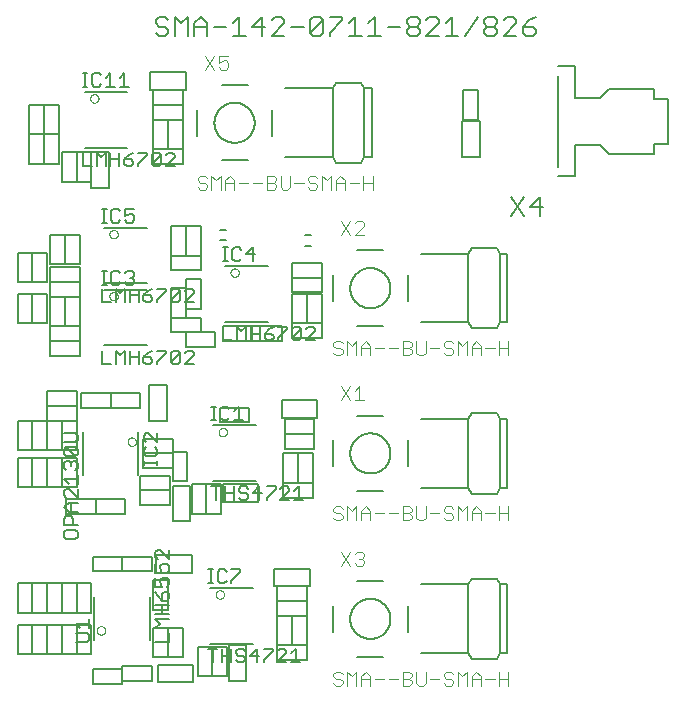
<source format=gto>
G75*
%MOIN*%
%OFA0B0*%
%FSLAX25Y25*%
%IPPOS*%
%LPD*%
%AMOC8*
5,1,8,0,0,1.08239X$1,22.5*
%
%ADD10C,0.00787*%
%ADD11C,0.00600*%
%ADD12C,0.00200*%
%ADD13C,0.00500*%
%ADD14C,0.00400*%
D10*
X0018724Y0016014D02*
X0023646Y0016014D01*
X0023646Y0025856D01*
X0028567Y0025856D01*
X0028567Y0016014D01*
X0023646Y0016014D01*
X0023646Y0025856D01*
X0018724Y0025856D01*
X0018724Y0016014D01*
X0028567Y0016014D02*
X0028567Y0025856D01*
X0033488Y0025856D01*
X0033488Y0016014D01*
X0038409Y0016014D01*
X0043331Y0016014D01*
X0043331Y0025856D01*
X0038409Y0025856D01*
X0038409Y0016014D01*
X0038409Y0025856D01*
X0033488Y0025856D01*
X0033488Y0016014D01*
X0028567Y0016014D01*
X0028567Y0029793D02*
X0023646Y0029793D01*
X0023646Y0039636D01*
X0028567Y0039636D01*
X0028567Y0029793D01*
X0028567Y0039636D01*
X0033488Y0039636D01*
X0033488Y0029793D01*
X0038409Y0029793D01*
X0038409Y0039636D01*
X0043331Y0039636D01*
X0043331Y0029793D01*
X0038409Y0029793D01*
X0038409Y0039636D01*
X0033488Y0039636D01*
X0033488Y0029793D01*
X0028567Y0029793D01*
X0023646Y0029793D02*
X0023646Y0039636D01*
X0018724Y0039636D01*
X0018724Y0029793D01*
X0023646Y0029793D01*
X0043823Y0043573D02*
X0053665Y0043573D01*
X0063508Y0043573D01*
X0063508Y0048494D01*
X0053665Y0048494D01*
X0053665Y0043573D01*
X0053665Y0048494D01*
X0043823Y0048494D01*
X0043823Y0043573D01*
X0044807Y0062766D02*
X0034965Y0062766D01*
X0034965Y0067687D01*
X0044807Y0067687D01*
X0044807Y0062766D01*
X0054650Y0062766D01*
X0054650Y0067687D01*
X0044807Y0067687D01*
X0044807Y0062766D01*
X0038409Y0071624D02*
X0038409Y0081467D01*
X0033488Y0081467D01*
X0033488Y0071624D01*
X0038409Y0071624D01*
X0033488Y0071624D02*
X0033488Y0081467D01*
X0028567Y0081467D01*
X0023646Y0081467D01*
X0023646Y0071624D01*
X0028567Y0071624D01*
X0028567Y0081467D01*
X0028567Y0071624D01*
X0033488Y0071624D01*
X0023646Y0071624D02*
X0023646Y0081467D01*
X0018724Y0081467D01*
X0018724Y0071624D01*
X0023646Y0071624D01*
X0023646Y0083927D02*
X0018724Y0083927D01*
X0018724Y0093770D01*
X0023646Y0093770D01*
X0023646Y0083927D01*
X0028567Y0083927D01*
X0028567Y0093770D01*
X0023646Y0093770D01*
X0023646Y0083927D01*
X0028567Y0083927D02*
X0028567Y0093770D01*
X0033488Y0093770D01*
X0033488Y0083927D01*
X0038409Y0083927D01*
X0038409Y0093770D01*
X0033488Y0093770D01*
X0033488Y0083927D01*
X0028567Y0083927D01*
X0028567Y0093770D02*
X0038409Y0093770D01*
X0038409Y0098691D01*
X0028567Y0098691D01*
X0028567Y0093770D01*
X0028567Y0098691D02*
X0038409Y0098691D01*
X0038409Y0103612D01*
X0028567Y0103612D01*
X0028567Y0098691D01*
X0039886Y0098199D02*
X0049728Y0098199D01*
X0049728Y0103120D01*
X0039886Y0103120D01*
X0039886Y0098199D01*
X0049728Y0098199D02*
X0059571Y0098199D01*
X0059571Y0103120D01*
X0049728Y0103120D01*
X0049728Y0098199D01*
X0060555Y0087864D02*
X0070398Y0087864D01*
X0070398Y0082943D01*
X0060555Y0082943D01*
X0060555Y0078022D01*
X0070398Y0078022D01*
X0070398Y0082943D01*
X0060555Y0082943D01*
X0060555Y0087864D01*
X0062524Y0093770D02*
X0068429Y0093770D01*
X0068429Y0105581D01*
X0062524Y0105581D01*
X0062524Y0093770D01*
X0070398Y0083435D02*
X0070398Y0073593D01*
X0075319Y0073593D01*
X0075319Y0083435D01*
X0070398Y0083435D01*
X0069413Y0075561D02*
X0059571Y0075561D01*
X0059571Y0070640D01*
X0069413Y0070640D01*
X0069413Y0075561D01*
X0070398Y0072116D02*
X0076303Y0072116D01*
X0076303Y0060305D01*
X0070398Y0060305D01*
X0070398Y0072116D01*
X0069413Y0070640D02*
X0059571Y0070640D01*
X0059571Y0065719D01*
X0069413Y0065719D01*
X0069413Y0070640D01*
X0076795Y0072608D02*
X0076795Y0062766D01*
X0081717Y0062766D01*
X0081717Y0072608D01*
X0086638Y0072608D01*
X0086638Y0062766D01*
X0081717Y0062766D01*
X0081717Y0072608D01*
X0076795Y0072608D01*
X0087130Y0072608D02*
X0087130Y0066703D01*
X0098941Y0066703D01*
X0098941Y0072608D01*
X0087130Y0072608D01*
X0107307Y0073100D02*
X0107307Y0068179D01*
X0117150Y0068179D01*
X0117150Y0073100D01*
X0107307Y0073100D01*
X0112228Y0073100D01*
X0112228Y0082943D01*
X0117150Y0082943D01*
X0117150Y0073100D01*
X0112228Y0073100D01*
X0112228Y0082943D01*
X0107307Y0082943D01*
X0107307Y0073100D01*
X0107799Y0084419D02*
X0117642Y0084419D01*
X0117642Y0089341D01*
X0107799Y0089341D01*
X0107799Y0084419D01*
X0107799Y0089341D02*
X0117642Y0089341D01*
X0117642Y0094262D01*
X0107799Y0094262D01*
X0107799Y0089341D01*
X0106815Y0094754D02*
X0106815Y0100659D01*
X0118626Y0100659D01*
X0118626Y0094754D01*
X0106815Y0094754D01*
X0095988Y0093278D02*
X0095988Y0098199D01*
X0086146Y0098199D01*
X0086146Y0093278D01*
X0095988Y0093278D01*
X0096972Y0120344D02*
X0087130Y0120344D01*
X0087130Y0125266D01*
X0096972Y0125266D01*
X0096972Y0120344D01*
X0106815Y0120344D01*
X0106815Y0125266D01*
X0096972Y0125266D01*
X0096972Y0120344D01*
X0084669Y0118376D02*
X0084669Y0123297D01*
X0074827Y0123297D01*
X0074827Y0118376D01*
X0084669Y0118376D01*
X0079748Y0123297D02*
X0079748Y0128219D01*
X0069906Y0128219D01*
X0069906Y0123297D01*
X0079748Y0123297D01*
X0074827Y0128219D02*
X0074827Y0138061D01*
X0069906Y0138061D01*
X0069906Y0128219D01*
X0074827Y0128219D01*
X0074827Y0131171D02*
X0074827Y0141014D01*
X0079748Y0141014D01*
X0079748Y0131171D01*
X0074827Y0131171D01*
X0069906Y0143967D02*
X0079748Y0143967D01*
X0079748Y0148888D01*
X0069906Y0148888D01*
X0069906Y0143967D01*
X0069906Y0148888D02*
X0069906Y0158730D01*
X0074827Y0158730D01*
X0074827Y0148888D01*
X0079748Y0148888D01*
X0079748Y0158730D01*
X0074827Y0158730D01*
X0074827Y0148888D01*
X0069906Y0148888D01*
X0086146Y0154006D02*
X0088114Y0154006D01*
X0088114Y0157549D02*
X0086146Y0157549D01*
X0086736Y0180581D02*
X0095398Y0180581D01*
X0103665Y0188848D02*
X0103665Y0197510D01*
X0107996Y0204596D02*
X0123744Y0204596D01*
X0123744Y0181762D01*
X0124925Y0179793D01*
X0133193Y0179793D01*
X0134374Y0181762D01*
X0134374Y0204596D01*
X0136736Y0204596D01*
X0136736Y0181762D01*
X0134374Y0181762D01*
X0123744Y0181762D02*
X0107996Y0181762D01*
X0084374Y0193179D02*
X0084376Y0193343D01*
X0084382Y0193507D01*
X0084392Y0193671D01*
X0084406Y0193835D01*
X0084424Y0193998D01*
X0084446Y0194161D01*
X0084473Y0194323D01*
X0084503Y0194485D01*
X0084537Y0194645D01*
X0084575Y0194805D01*
X0084616Y0194964D01*
X0084662Y0195122D01*
X0084712Y0195278D01*
X0084765Y0195434D01*
X0084822Y0195588D01*
X0084883Y0195740D01*
X0084948Y0195891D01*
X0085017Y0196041D01*
X0085089Y0196188D01*
X0085164Y0196334D01*
X0085244Y0196478D01*
X0085326Y0196620D01*
X0085412Y0196760D01*
X0085502Y0196897D01*
X0085595Y0197033D01*
X0085691Y0197166D01*
X0085791Y0197297D01*
X0085893Y0197425D01*
X0085999Y0197551D01*
X0086108Y0197674D01*
X0086220Y0197794D01*
X0086334Y0197912D01*
X0086452Y0198026D01*
X0086572Y0198138D01*
X0086695Y0198247D01*
X0086821Y0198353D01*
X0086949Y0198455D01*
X0087080Y0198555D01*
X0087213Y0198651D01*
X0087349Y0198744D01*
X0087486Y0198834D01*
X0087626Y0198920D01*
X0087768Y0199002D01*
X0087912Y0199082D01*
X0088058Y0199157D01*
X0088205Y0199229D01*
X0088355Y0199298D01*
X0088506Y0199363D01*
X0088658Y0199424D01*
X0088812Y0199481D01*
X0088968Y0199534D01*
X0089124Y0199584D01*
X0089282Y0199630D01*
X0089441Y0199671D01*
X0089601Y0199709D01*
X0089761Y0199743D01*
X0089923Y0199773D01*
X0090085Y0199800D01*
X0090248Y0199822D01*
X0090411Y0199840D01*
X0090575Y0199854D01*
X0090739Y0199864D01*
X0090903Y0199870D01*
X0091067Y0199872D01*
X0091231Y0199870D01*
X0091395Y0199864D01*
X0091559Y0199854D01*
X0091723Y0199840D01*
X0091886Y0199822D01*
X0092049Y0199800D01*
X0092211Y0199773D01*
X0092373Y0199743D01*
X0092533Y0199709D01*
X0092693Y0199671D01*
X0092852Y0199630D01*
X0093010Y0199584D01*
X0093166Y0199534D01*
X0093322Y0199481D01*
X0093476Y0199424D01*
X0093628Y0199363D01*
X0093779Y0199298D01*
X0093929Y0199229D01*
X0094076Y0199157D01*
X0094222Y0199082D01*
X0094366Y0199002D01*
X0094508Y0198920D01*
X0094648Y0198834D01*
X0094785Y0198744D01*
X0094921Y0198651D01*
X0095054Y0198555D01*
X0095185Y0198455D01*
X0095313Y0198353D01*
X0095439Y0198247D01*
X0095562Y0198138D01*
X0095682Y0198026D01*
X0095800Y0197912D01*
X0095914Y0197794D01*
X0096026Y0197674D01*
X0096135Y0197551D01*
X0096241Y0197425D01*
X0096343Y0197297D01*
X0096443Y0197166D01*
X0096539Y0197033D01*
X0096632Y0196897D01*
X0096722Y0196760D01*
X0096808Y0196620D01*
X0096890Y0196478D01*
X0096970Y0196334D01*
X0097045Y0196188D01*
X0097117Y0196041D01*
X0097186Y0195891D01*
X0097251Y0195740D01*
X0097312Y0195588D01*
X0097369Y0195434D01*
X0097422Y0195278D01*
X0097472Y0195122D01*
X0097518Y0194964D01*
X0097559Y0194805D01*
X0097597Y0194645D01*
X0097631Y0194485D01*
X0097661Y0194323D01*
X0097688Y0194161D01*
X0097710Y0193998D01*
X0097728Y0193835D01*
X0097742Y0193671D01*
X0097752Y0193507D01*
X0097758Y0193343D01*
X0097760Y0193179D01*
X0097758Y0193015D01*
X0097752Y0192851D01*
X0097742Y0192687D01*
X0097728Y0192523D01*
X0097710Y0192360D01*
X0097688Y0192197D01*
X0097661Y0192035D01*
X0097631Y0191873D01*
X0097597Y0191713D01*
X0097559Y0191553D01*
X0097518Y0191394D01*
X0097472Y0191236D01*
X0097422Y0191080D01*
X0097369Y0190924D01*
X0097312Y0190770D01*
X0097251Y0190618D01*
X0097186Y0190467D01*
X0097117Y0190317D01*
X0097045Y0190170D01*
X0096970Y0190024D01*
X0096890Y0189880D01*
X0096808Y0189738D01*
X0096722Y0189598D01*
X0096632Y0189461D01*
X0096539Y0189325D01*
X0096443Y0189192D01*
X0096343Y0189061D01*
X0096241Y0188933D01*
X0096135Y0188807D01*
X0096026Y0188684D01*
X0095914Y0188564D01*
X0095800Y0188446D01*
X0095682Y0188332D01*
X0095562Y0188220D01*
X0095439Y0188111D01*
X0095313Y0188005D01*
X0095185Y0187903D01*
X0095054Y0187803D01*
X0094921Y0187707D01*
X0094785Y0187614D01*
X0094648Y0187524D01*
X0094508Y0187438D01*
X0094366Y0187356D01*
X0094222Y0187276D01*
X0094076Y0187201D01*
X0093929Y0187129D01*
X0093779Y0187060D01*
X0093628Y0186995D01*
X0093476Y0186934D01*
X0093322Y0186877D01*
X0093166Y0186824D01*
X0093010Y0186774D01*
X0092852Y0186728D01*
X0092693Y0186687D01*
X0092533Y0186649D01*
X0092373Y0186615D01*
X0092211Y0186585D01*
X0092049Y0186558D01*
X0091886Y0186536D01*
X0091723Y0186518D01*
X0091559Y0186504D01*
X0091395Y0186494D01*
X0091231Y0186488D01*
X0091067Y0186486D01*
X0090903Y0186488D01*
X0090739Y0186494D01*
X0090575Y0186504D01*
X0090411Y0186518D01*
X0090248Y0186536D01*
X0090085Y0186558D01*
X0089923Y0186585D01*
X0089761Y0186615D01*
X0089601Y0186649D01*
X0089441Y0186687D01*
X0089282Y0186728D01*
X0089124Y0186774D01*
X0088968Y0186824D01*
X0088812Y0186877D01*
X0088658Y0186934D01*
X0088506Y0186995D01*
X0088355Y0187060D01*
X0088205Y0187129D01*
X0088058Y0187201D01*
X0087912Y0187276D01*
X0087768Y0187356D01*
X0087626Y0187438D01*
X0087486Y0187524D01*
X0087349Y0187614D01*
X0087213Y0187707D01*
X0087080Y0187803D01*
X0086949Y0187903D01*
X0086821Y0188005D01*
X0086695Y0188111D01*
X0086572Y0188220D01*
X0086452Y0188332D01*
X0086334Y0188446D01*
X0086220Y0188564D01*
X0086108Y0188684D01*
X0085999Y0188807D01*
X0085893Y0188933D01*
X0085791Y0189061D01*
X0085691Y0189192D01*
X0085595Y0189325D01*
X0085502Y0189461D01*
X0085412Y0189598D01*
X0085326Y0189738D01*
X0085244Y0189880D01*
X0085164Y0190024D01*
X0085089Y0190170D01*
X0085017Y0190317D01*
X0084948Y0190467D01*
X0084883Y0190618D01*
X0084822Y0190770D01*
X0084765Y0190924D01*
X0084712Y0191080D01*
X0084662Y0191236D01*
X0084616Y0191394D01*
X0084575Y0191553D01*
X0084537Y0191713D01*
X0084503Y0191873D01*
X0084473Y0192035D01*
X0084446Y0192197D01*
X0084424Y0192360D01*
X0084406Y0192523D01*
X0084392Y0192687D01*
X0084382Y0192851D01*
X0084376Y0193015D01*
X0084374Y0193179D01*
X0078469Y0188848D02*
X0078469Y0197510D01*
X0073843Y0199085D02*
X0073843Y0194163D01*
X0068921Y0194163D01*
X0068921Y0184321D01*
X0073843Y0184321D01*
X0064000Y0184321D01*
X0064000Y0179400D01*
X0073843Y0179400D01*
X0073843Y0184321D01*
X0073843Y0194163D01*
X0064000Y0194163D01*
X0064000Y0184321D01*
X0068921Y0184321D01*
X0068921Y0194163D01*
X0064000Y0194163D01*
X0064000Y0199085D01*
X0073843Y0199085D01*
X0073843Y0204006D01*
X0064000Y0204006D01*
X0064000Y0199085D01*
X0073843Y0199085D01*
X0074827Y0204006D02*
X0074827Y0209911D01*
X0063016Y0209911D01*
X0063016Y0204006D01*
X0074827Y0204006D01*
X0086736Y0205778D02*
X0095398Y0205778D01*
X0123744Y0204596D02*
X0124925Y0206565D01*
X0133193Y0206565D01*
X0134374Y0204596D01*
X0167346Y0204006D02*
X0167346Y0194163D01*
X0172268Y0194163D01*
X0172268Y0204006D01*
X0167346Y0204006D01*
X0166854Y0193671D02*
X0172760Y0193671D01*
X0172760Y0181860D01*
X0166854Y0181860D01*
X0166854Y0193671D01*
X0198744Y0178514D02*
X0198744Y0208829D01*
X0198744Y0211978D02*
X0204453Y0211978D01*
X0204453Y0201545D01*
X0212917Y0201545D01*
X0215870Y0204498D01*
X0230831Y0204498D01*
X0230831Y0201152D01*
X0235457Y0201152D01*
X0235457Y0186191D01*
X0230831Y0186191D01*
X0230831Y0182844D01*
X0215870Y0182844D01*
X0212917Y0185797D01*
X0204453Y0185797D01*
X0204453Y0175364D01*
X0198744Y0175364D01*
X0178469Y0151447D02*
X0170201Y0151447D01*
X0169020Y0149478D01*
X0169020Y0126644D01*
X0170201Y0124675D01*
X0178469Y0124675D01*
X0179650Y0126644D01*
X0179650Y0149478D01*
X0182012Y0149478D01*
X0182012Y0126644D01*
X0179650Y0126644D01*
X0169020Y0126644D02*
X0153272Y0126644D01*
X0148941Y0133730D02*
X0148941Y0142392D01*
X0153272Y0149478D02*
X0169020Y0149478D01*
X0178469Y0151447D02*
X0179650Y0149478D01*
X0140673Y0150659D02*
X0132012Y0150659D01*
X0123744Y0142392D02*
X0123744Y0133730D01*
X0120102Y0136093D02*
X0115181Y0136093D01*
X0115181Y0126250D01*
X0120102Y0126250D01*
X0110260Y0126250D01*
X0110260Y0121329D01*
X0120102Y0121329D01*
X0120102Y0126250D01*
X0120102Y0136093D01*
X0120102Y0136585D02*
X0120102Y0141506D01*
X0110260Y0141506D01*
X0110260Y0136585D01*
X0120102Y0136585D01*
X0120102Y0141506D02*
X0120102Y0146427D01*
X0110260Y0146427D01*
X0110260Y0141506D01*
X0120102Y0141506D01*
X0115181Y0136093D02*
X0115181Y0126250D01*
X0110260Y0126250D01*
X0110260Y0136093D01*
X0115181Y0136093D01*
X0114689Y0152037D02*
X0116657Y0152037D01*
X0116657Y0155581D02*
X0114689Y0155581D01*
X0129650Y0138061D02*
X0129652Y0138225D01*
X0129658Y0138389D01*
X0129668Y0138553D01*
X0129682Y0138717D01*
X0129700Y0138880D01*
X0129722Y0139043D01*
X0129749Y0139205D01*
X0129779Y0139367D01*
X0129813Y0139527D01*
X0129851Y0139687D01*
X0129892Y0139846D01*
X0129938Y0140004D01*
X0129988Y0140160D01*
X0130041Y0140316D01*
X0130098Y0140470D01*
X0130159Y0140622D01*
X0130224Y0140773D01*
X0130293Y0140923D01*
X0130365Y0141070D01*
X0130440Y0141216D01*
X0130520Y0141360D01*
X0130602Y0141502D01*
X0130688Y0141642D01*
X0130778Y0141779D01*
X0130871Y0141915D01*
X0130967Y0142048D01*
X0131067Y0142179D01*
X0131169Y0142307D01*
X0131275Y0142433D01*
X0131384Y0142556D01*
X0131496Y0142676D01*
X0131610Y0142794D01*
X0131728Y0142908D01*
X0131848Y0143020D01*
X0131971Y0143129D01*
X0132097Y0143235D01*
X0132225Y0143337D01*
X0132356Y0143437D01*
X0132489Y0143533D01*
X0132625Y0143626D01*
X0132762Y0143716D01*
X0132902Y0143802D01*
X0133044Y0143884D01*
X0133188Y0143964D01*
X0133334Y0144039D01*
X0133481Y0144111D01*
X0133631Y0144180D01*
X0133782Y0144245D01*
X0133934Y0144306D01*
X0134088Y0144363D01*
X0134244Y0144416D01*
X0134400Y0144466D01*
X0134558Y0144512D01*
X0134717Y0144553D01*
X0134877Y0144591D01*
X0135037Y0144625D01*
X0135199Y0144655D01*
X0135361Y0144682D01*
X0135524Y0144704D01*
X0135687Y0144722D01*
X0135851Y0144736D01*
X0136015Y0144746D01*
X0136179Y0144752D01*
X0136343Y0144754D01*
X0136507Y0144752D01*
X0136671Y0144746D01*
X0136835Y0144736D01*
X0136999Y0144722D01*
X0137162Y0144704D01*
X0137325Y0144682D01*
X0137487Y0144655D01*
X0137649Y0144625D01*
X0137809Y0144591D01*
X0137969Y0144553D01*
X0138128Y0144512D01*
X0138286Y0144466D01*
X0138442Y0144416D01*
X0138598Y0144363D01*
X0138752Y0144306D01*
X0138904Y0144245D01*
X0139055Y0144180D01*
X0139205Y0144111D01*
X0139352Y0144039D01*
X0139498Y0143964D01*
X0139642Y0143884D01*
X0139784Y0143802D01*
X0139924Y0143716D01*
X0140061Y0143626D01*
X0140197Y0143533D01*
X0140330Y0143437D01*
X0140461Y0143337D01*
X0140589Y0143235D01*
X0140715Y0143129D01*
X0140838Y0143020D01*
X0140958Y0142908D01*
X0141076Y0142794D01*
X0141190Y0142676D01*
X0141302Y0142556D01*
X0141411Y0142433D01*
X0141517Y0142307D01*
X0141619Y0142179D01*
X0141719Y0142048D01*
X0141815Y0141915D01*
X0141908Y0141779D01*
X0141998Y0141642D01*
X0142084Y0141502D01*
X0142166Y0141360D01*
X0142246Y0141216D01*
X0142321Y0141070D01*
X0142393Y0140923D01*
X0142462Y0140773D01*
X0142527Y0140622D01*
X0142588Y0140470D01*
X0142645Y0140316D01*
X0142698Y0140160D01*
X0142748Y0140004D01*
X0142794Y0139846D01*
X0142835Y0139687D01*
X0142873Y0139527D01*
X0142907Y0139367D01*
X0142937Y0139205D01*
X0142964Y0139043D01*
X0142986Y0138880D01*
X0143004Y0138717D01*
X0143018Y0138553D01*
X0143028Y0138389D01*
X0143034Y0138225D01*
X0143036Y0138061D01*
X0143034Y0137897D01*
X0143028Y0137733D01*
X0143018Y0137569D01*
X0143004Y0137405D01*
X0142986Y0137242D01*
X0142964Y0137079D01*
X0142937Y0136917D01*
X0142907Y0136755D01*
X0142873Y0136595D01*
X0142835Y0136435D01*
X0142794Y0136276D01*
X0142748Y0136118D01*
X0142698Y0135962D01*
X0142645Y0135806D01*
X0142588Y0135652D01*
X0142527Y0135500D01*
X0142462Y0135349D01*
X0142393Y0135199D01*
X0142321Y0135052D01*
X0142246Y0134906D01*
X0142166Y0134762D01*
X0142084Y0134620D01*
X0141998Y0134480D01*
X0141908Y0134343D01*
X0141815Y0134207D01*
X0141719Y0134074D01*
X0141619Y0133943D01*
X0141517Y0133815D01*
X0141411Y0133689D01*
X0141302Y0133566D01*
X0141190Y0133446D01*
X0141076Y0133328D01*
X0140958Y0133214D01*
X0140838Y0133102D01*
X0140715Y0132993D01*
X0140589Y0132887D01*
X0140461Y0132785D01*
X0140330Y0132685D01*
X0140197Y0132589D01*
X0140061Y0132496D01*
X0139924Y0132406D01*
X0139784Y0132320D01*
X0139642Y0132238D01*
X0139498Y0132158D01*
X0139352Y0132083D01*
X0139205Y0132011D01*
X0139055Y0131942D01*
X0138904Y0131877D01*
X0138752Y0131816D01*
X0138598Y0131759D01*
X0138442Y0131706D01*
X0138286Y0131656D01*
X0138128Y0131610D01*
X0137969Y0131569D01*
X0137809Y0131531D01*
X0137649Y0131497D01*
X0137487Y0131467D01*
X0137325Y0131440D01*
X0137162Y0131418D01*
X0136999Y0131400D01*
X0136835Y0131386D01*
X0136671Y0131376D01*
X0136507Y0131370D01*
X0136343Y0131368D01*
X0136179Y0131370D01*
X0136015Y0131376D01*
X0135851Y0131386D01*
X0135687Y0131400D01*
X0135524Y0131418D01*
X0135361Y0131440D01*
X0135199Y0131467D01*
X0135037Y0131497D01*
X0134877Y0131531D01*
X0134717Y0131569D01*
X0134558Y0131610D01*
X0134400Y0131656D01*
X0134244Y0131706D01*
X0134088Y0131759D01*
X0133934Y0131816D01*
X0133782Y0131877D01*
X0133631Y0131942D01*
X0133481Y0132011D01*
X0133334Y0132083D01*
X0133188Y0132158D01*
X0133044Y0132238D01*
X0132902Y0132320D01*
X0132762Y0132406D01*
X0132625Y0132496D01*
X0132489Y0132589D01*
X0132356Y0132685D01*
X0132225Y0132785D01*
X0132097Y0132887D01*
X0131971Y0132993D01*
X0131848Y0133102D01*
X0131728Y0133214D01*
X0131610Y0133328D01*
X0131496Y0133446D01*
X0131384Y0133566D01*
X0131275Y0133689D01*
X0131169Y0133815D01*
X0131067Y0133943D01*
X0130967Y0134074D01*
X0130871Y0134207D01*
X0130778Y0134343D01*
X0130688Y0134480D01*
X0130602Y0134620D01*
X0130520Y0134762D01*
X0130440Y0134906D01*
X0130365Y0135052D01*
X0130293Y0135199D01*
X0130224Y0135349D01*
X0130159Y0135500D01*
X0130098Y0135652D01*
X0130041Y0135806D01*
X0129988Y0135962D01*
X0129938Y0136118D01*
X0129892Y0136276D01*
X0129851Y0136435D01*
X0129813Y0136595D01*
X0129779Y0136755D01*
X0129749Y0136917D01*
X0129722Y0137079D01*
X0129700Y0137242D01*
X0129682Y0137405D01*
X0129668Y0137569D01*
X0129658Y0137733D01*
X0129652Y0137897D01*
X0129650Y0138061D01*
X0132012Y0125463D02*
X0140673Y0125463D01*
X0140673Y0095541D02*
X0132012Y0095541D01*
X0123744Y0087274D02*
X0123744Y0078612D01*
X0132012Y0070344D02*
X0140673Y0070344D01*
X0148941Y0078612D02*
X0148941Y0087274D01*
X0153272Y0094360D02*
X0169020Y0094360D01*
X0169020Y0071526D01*
X0170201Y0069557D01*
X0178469Y0069557D01*
X0179650Y0071526D01*
X0179650Y0094360D01*
X0182012Y0094360D01*
X0182012Y0071526D01*
X0179650Y0071526D01*
X0169020Y0071526D02*
X0153272Y0071526D01*
X0129650Y0082943D02*
X0129652Y0083107D01*
X0129658Y0083271D01*
X0129668Y0083435D01*
X0129682Y0083599D01*
X0129700Y0083762D01*
X0129722Y0083925D01*
X0129749Y0084087D01*
X0129779Y0084249D01*
X0129813Y0084409D01*
X0129851Y0084569D01*
X0129892Y0084728D01*
X0129938Y0084886D01*
X0129988Y0085042D01*
X0130041Y0085198D01*
X0130098Y0085352D01*
X0130159Y0085504D01*
X0130224Y0085655D01*
X0130293Y0085805D01*
X0130365Y0085952D01*
X0130440Y0086098D01*
X0130520Y0086242D01*
X0130602Y0086384D01*
X0130688Y0086524D01*
X0130778Y0086661D01*
X0130871Y0086797D01*
X0130967Y0086930D01*
X0131067Y0087061D01*
X0131169Y0087189D01*
X0131275Y0087315D01*
X0131384Y0087438D01*
X0131496Y0087558D01*
X0131610Y0087676D01*
X0131728Y0087790D01*
X0131848Y0087902D01*
X0131971Y0088011D01*
X0132097Y0088117D01*
X0132225Y0088219D01*
X0132356Y0088319D01*
X0132489Y0088415D01*
X0132625Y0088508D01*
X0132762Y0088598D01*
X0132902Y0088684D01*
X0133044Y0088766D01*
X0133188Y0088846D01*
X0133334Y0088921D01*
X0133481Y0088993D01*
X0133631Y0089062D01*
X0133782Y0089127D01*
X0133934Y0089188D01*
X0134088Y0089245D01*
X0134244Y0089298D01*
X0134400Y0089348D01*
X0134558Y0089394D01*
X0134717Y0089435D01*
X0134877Y0089473D01*
X0135037Y0089507D01*
X0135199Y0089537D01*
X0135361Y0089564D01*
X0135524Y0089586D01*
X0135687Y0089604D01*
X0135851Y0089618D01*
X0136015Y0089628D01*
X0136179Y0089634D01*
X0136343Y0089636D01*
X0136507Y0089634D01*
X0136671Y0089628D01*
X0136835Y0089618D01*
X0136999Y0089604D01*
X0137162Y0089586D01*
X0137325Y0089564D01*
X0137487Y0089537D01*
X0137649Y0089507D01*
X0137809Y0089473D01*
X0137969Y0089435D01*
X0138128Y0089394D01*
X0138286Y0089348D01*
X0138442Y0089298D01*
X0138598Y0089245D01*
X0138752Y0089188D01*
X0138904Y0089127D01*
X0139055Y0089062D01*
X0139205Y0088993D01*
X0139352Y0088921D01*
X0139498Y0088846D01*
X0139642Y0088766D01*
X0139784Y0088684D01*
X0139924Y0088598D01*
X0140061Y0088508D01*
X0140197Y0088415D01*
X0140330Y0088319D01*
X0140461Y0088219D01*
X0140589Y0088117D01*
X0140715Y0088011D01*
X0140838Y0087902D01*
X0140958Y0087790D01*
X0141076Y0087676D01*
X0141190Y0087558D01*
X0141302Y0087438D01*
X0141411Y0087315D01*
X0141517Y0087189D01*
X0141619Y0087061D01*
X0141719Y0086930D01*
X0141815Y0086797D01*
X0141908Y0086661D01*
X0141998Y0086524D01*
X0142084Y0086384D01*
X0142166Y0086242D01*
X0142246Y0086098D01*
X0142321Y0085952D01*
X0142393Y0085805D01*
X0142462Y0085655D01*
X0142527Y0085504D01*
X0142588Y0085352D01*
X0142645Y0085198D01*
X0142698Y0085042D01*
X0142748Y0084886D01*
X0142794Y0084728D01*
X0142835Y0084569D01*
X0142873Y0084409D01*
X0142907Y0084249D01*
X0142937Y0084087D01*
X0142964Y0083925D01*
X0142986Y0083762D01*
X0143004Y0083599D01*
X0143018Y0083435D01*
X0143028Y0083271D01*
X0143034Y0083107D01*
X0143036Y0082943D01*
X0143034Y0082779D01*
X0143028Y0082615D01*
X0143018Y0082451D01*
X0143004Y0082287D01*
X0142986Y0082124D01*
X0142964Y0081961D01*
X0142937Y0081799D01*
X0142907Y0081637D01*
X0142873Y0081477D01*
X0142835Y0081317D01*
X0142794Y0081158D01*
X0142748Y0081000D01*
X0142698Y0080844D01*
X0142645Y0080688D01*
X0142588Y0080534D01*
X0142527Y0080382D01*
X0142462Y0080231D01*
X0142393Y0080081D01*
X0142321Y0079934D01*
X0142246Y0079788D01*
X0142166Y0079644D01*
X0142084Y0079502D01*
X0141998Y0079362D01*
X0141908Y0079225D01*
X0141815Y0079089D01*
X0141719Y0078956D01*
X0141619Y0078825D01*
X0141517Y0078697D01*
X0141411Y0078571D01*
X0141302Y0078448D01*
X0141190Y0078328D01*
X0141076Y0078210D01*
X0140958Y0078096D01*
X0140838Y0077984D01*
X0140715Y0077875D01*
X0140589Y0077769D01*
X0140461Y0077667D01*
X0140330Y0077567D01*
X0140197Y0077471D01*
X0140061Y0077378D01*
X0139924Y0077288D01*
X0139784Y0077202D01*
X0139642Y0077120D01*
X0139498Y0077040D01*
X0139352Y0076965D01*
X0139205Y0076893D01*
X0139055Y0076824D01*
X0138904Y0076759D01*
X0138752Y0076698D01*
X0138598Y0076641D01*
X0138442Y0076588D01*
X0138286Y0076538D01*
X0138128Y0076492D01*
X0137969Y0076451D01*
X0137809Y0076413D01*
X0137649Y0076379D01*
X0137487Y0076349D01*
X0137325Y0076322D01*
X0137162Y0076300D01*
X0136999Y0076282D01*
X0136835Y0076268D01*
X0136671Y0076258D01*
X0136507Y0076252D01*
X0136343Y0076250D01*
X0136179Y0076252D01*
X0136015Y0076258D01*
X0135851Y0076268D01*
X0135687Y0076282D01*
X0135524Y0076300D01*
X0135361Y0076322D01*
X0135199Y0076349D01*
X0135037Y0076379D01*
X0134877Y0076413D01*
X0134717Y0076451D01*
X0134558Y0076492D01*
X0134400Y0076538D01*
X0134244Y0076588D01*
X0134088Y0076641D01*
X0133934Y0076698D01*
X0133782Y0076759D01*
X0133631Y0076824D01*
X0133481Y0076893D01*
X0133334Y0076965D01*
X0133188Y0077040D01*
X0133044Y0077120D01*
X0132902Y0077202D01*
X0132762Y0077288D01*
X0132625Y0077378D01*
X0132489Y0077471D01*
X0132356Y0077567D01*
X0132225Y0077667D01*
X0132097Y0077769D01*
X0131971Y0077875D01*
X0131848Y0077984D01*
X0131728Y0078096D01*
X0131610Y0078210D01*
X0131496Y0078328D01*
X0131384Y0078448D01*
X0131275Y0078571D01*
X0131169Y0078697D01*
X0131067Y0078825D01*
X0130967Y0078956D01*
X0130871Y0079089D01*
X0130778Y0079225D01*
X0130688Y0079362D01*
X0130602Y0079502D01*
X0130520Y0079644D01*
X0130440Y0079788D01*
X0130365Y0079934D01*
X0130293Y0080081D01*
X0130224Y0080231D01*
X0130159Y0080382D01*
X0130098Y0080534D01*
X0130041Y0080688D01*
X0129988Y0080844D01*
X0129938Y0081000D01*
X0129892Y0081158D01*
X0129851Y0081317D01*
X0129813Y0081477D01*
X0129779Y0081637D01*
X0129749Y0081799D01*
X0129722Y0081961D01*
X0129700Y0082124D01*
X0129682Y0082287D01*
X0129668Y0082451D01*
X0129658Y0082615D01*
X0129652Y0082779D01*
X0129650Y0082943D01*
X0116165Y0044557D02*
X0104354Y0044557D01*
X0104354Y0038652D01*
X0116165Y0038652D01*
X0116165Y0044557D01*
X0115181Y0038652D02*
X0105339Y0038652D01*
X0105339Y0033730D01*
X0115181Y0033730D01*
X0115181Y0038652D01*
X0115181Y0033730D02*
X0105339Y0033730D01*
X0105339Y0028809D01*
X0115181Y0028809D01*
X0110260Y0028809D01*
X0110260Y0018967D01*
X0115181Y0018967D01*
X0105339Y0018967D01*
X0105339Y0014045D01*
X0115181Y0014045D01*
X0115181Y0018967D01*
X0115181Y0028809D01*
X0115181Y0033730D01*
X0110260Y0028809D02*
X0110260Y0018967D01*
X0105339Y0018967D01*
X0105339Y0028809D01*
X0110260Y0028809D01*
X0123744Y0032156D02*
X0123744Y0023494D01*
X0132012Y0015226D02*
X0140673Y0015226D01*
X0148941Y0023494D02*
X0148941Y0032156D01*
X0153272Y0039242D02*
X0169020Y0039242D01*
X0169020Y0016407D01*
X0170201Y0014439D01*
X0178469Y0014439D01*
X0179650Y0016407D01*
X0179650Y0039242D01*
X0182012Y0039242D01*
X0182012Y0016407D01*
X0179650Y0016407D01*
X0169020Y0016407D02*
X0153272Y0016407D01*
X0129650Y0027825D02*
X0129652Y0027989D01*
X0129658Y0028153D01*
X0129668Y0028317D01*
X0129682Y0028481D01*
X0129700Y0028644D01*
X0129722Y0028807D01*
X0129749Y0028969D01*
X0129779Y0029131D01*
X0129813Y0029291D01*
X0129851Y0029451D01*
X0129892Y0029610D01*
X0129938Y0029768D01*
X0129988Y0029924D01*
X0130041Y0030080D01*
X0130098Y0030234D01*
X0130159Y0030386D01*
X0130224Y0030537D01*
X0130293Y0030687D01*
X0130365Y0030834D01*
X0130440Y0030980D01*
X0130520Y0031124D01*
X0130602Y0031266D01*
X0130688Y0031406D01*
X0130778Y0031543D01*
X0130871Y0031679D01*
X0130967Y0031812D01*
X0131067Y0031943D01*
X0131169Y0032071D01*
X0131275Y0032197D01*
X0131384Y0032320D01*
X0131496Y0032440D01*
X0131610Y0032558D01*
X0131728Y0032672D01*
X0131848Y0032784D01*
X0131971Y0032893D01*
X0132097Y0032999D01*
X0132225Y0033101D01*
X0132356Y0033201D01*
X0132489Y0033297D01*
X0132625Y0033390D01*
X0132762Y0033480D01*
X0132902Y0033566D01*
X0133044Y0033648D01*
X0133188Y0033728D01*
X0133334Y0033803D01*
X0133481Y0033875D01*
X0133631Y0033944D01*
X0133782Y0034009D01*
X0133934Y0034070D01*
X0134088Y0034127D01*
X0134244Y0034180D01*
X0134400Y0034230D01*
X0134558Y0034276D01*
X0134717Y0034317D01*
X0134877Y0034355D01*
X0135037Y0034389D01*
X0135199Y0034419D01*
X0135361Y0034446D01*
X0135524Y0034468D01*
X0135687Y0034486D01*
X0135851Y0034500D01*
X0136015Y0034510D01*
X0136179Y0034516D01*
X0136343Y0034518D01*
X0136507Y0034516D01*
X0136671Y0034510D01*
X0136835Y0034500D01*
X0136999Y0034486D01*
X0137162Y0034468D01*
X0137325Y0034446D01*
X0137487Y0034419D01*
X0137649Y0034389D01*
X0137809Y0034355D01*
X0137969Y0034317D01*
X0138128Y0034276D01*
X0138286Y0034230D01*
X0138442Y0034180D01*
X0138598Y0034127D01*
X0138752Y0034070D01*
X0138904Y0034009D01*
X0139055Y0033944D01*
X0139205Y0033875D01*
X0139352Y0033803D01*
X0139498Y0033728D01*
X0139642Y0033648D01*
X0139784Y0033566D01*
X0139924Y0033480D01*
X0140061Y0033390D01*
X0140197Y0033297D01*
X0140330Y0033201D01*
X0140461Y0033101D01*
X0140589Y0032999D01*
X0140715Y0032893D01*
X0140838Y0032784D01*
X0140958Y0032672D01*
X0141076Y0032558D01*
X0141190Y0032440D01*
X0141302Y0032320D01*
X0141411Y0032197D01*
X0141517Y0032071D01*
X0141619Y0031943D01*
X0141719Y0031812D01*
X0141815Y0031679D01*
X0141908Y0031543D01*
X0141998Y0031406D01*
X0142084Y0031266D01*
X0142166Y0031124D01*
X0142246Y0030980D01*
X0142321Y0030834D01*
X0142393Y0030687D01*
X0142462Y0030537D01*
X0142527Y0030386D01*
X0142588Y0030234D01*
X0142645Y0030080D01*
X0142698Y0029924D01*
X0142748Y0029768D01*
X0142794Y0029610D01*
X0142835Y0029451D01*
X0142873Y0029291D01*
X0142907Y0029131D01*
X0142937Y0028969D01*
X0142964Y0028807D01*
X0142986Y0028644D01*
X0143004Y0028481D01*
X0143018Y0028317D01*
X0143028Y0028153D01*
X0143034Y0027989D01*
X0143036Y0027825D01*
X0143034Y0027661D01*
X0143028Y0027497D01*
X0143018Y0027333D01*
X0143004Y0027169D01*
X0142986Y0027006D01*
X0142964Y0026843D01*
X0142937Y0026681D01*
X0142907Y0026519D01*
X0142873Y0026359D01*
X0142835Y0026199D01*
X0142794Y0026040D01*
X0142748Y0025882D01*
X0142698Y0025726D01*
X0142645Y0025570D01*
X0142588Y0025416D01*
X0142527Y0025264D01*
X0142462Y0025113D01*
X0142393Y0024963D01*
X0142321Y0024816D01*
X0142246Y0024670D01*
X0142166Y0024526D01*
X0142084Y0024384D01*
X0141998Y0024244D01*
X0141908Y0024107D01*
X0141815Y0023971D01*
X0141719Y0023838D01*
X0141619Y0023707D01*
X0141517Y0023579D01*
X0141411Y0023453D01*
X0141302Y0023330D01*
X0141190Y0023210D01*
X0141076Y0023092D01*
X0140958Y0022978D01*
X0140838Y0022866D01*
X0140715Y0022757D01*
X0140589Y0022651D01*
X0140461Y0022549D01*
X0140330Y0022449D01*
X0140197Y0022353D01*
X0140061Y0022260D01*
X0139924Y0022170D01*
X0139784Y0022084D01*
X0139642Y0022002D01*
X0139498Y0021922D01*
X0139352Y0021847D01*
X0139205Y0021775D01*
X0139055Y0021706D01*
X0138904Y0021641D01*
X0138752Y0021580D01*
X0138598Y0021523D01*
X0138442Y0021470D01*
X0138286Y0021420D01*
X0138128Y0021374D01*
X0137969Y0021333D01*
X0137809Y0021295D01*
X0137649Y0021261D01*
X0137487Y0021231D01*
X0137325Y0021204D01*
X0137162Y0021182D01*
X0136999Y0021164D01*
X0136835Y0021150D01*
X0136671Y0021140D01*
X0136507Y0021134D01*
X0136343Y0021132D01*
X0136179Y0021134D01*
X0136015Y0021140D01*
X0135851Y0021150D01*
X0135687Y0021164D01*
X0135524Y0021182D01*
X0135361Y0021204D01*
X0135199Y0021231D01*
X0135037Y0021261D01*
X0134877Y0021295D01*
X0134717Y0021333D01*
X0134558Y0021374D01*
X0134400Y0021420D01*
X0134244Y0021470D01*
X0134088Y0021523D01*
X0133934Y0021580D01*
X0133782Y0021641D01*
X0133631Y0021706D01*
X0133481Y0021775D01*
X0133334Y0021847D01*
X0133188Y0021922D01*
X0133044Y0022002D01*
X0132902Y0022084D01*
X0132762Y0022170D01*
X0132625Y0022260D01*
X0132489Y0022353D01*
X0132356Y0022449D01*
X0132225Y0022549D01*
X0132097Y0022651D01*
X0131971Y0022757D01*
X0131848Y0022866D01*
X0131728Y0022978D01*
X0131610Y0023092D01*
X0131496Y0023210D01*
X0131384Y0023330D01*
X0131275Y0023453D01*
X0131169Y0023579D01*
X0131067Y0023707D01*
X0130967Y0023838D01*
X0130871Y0023971D01*
X0130778Y0024107D01*
X0130688Y0024244D01*
X0130602Y0024384D01*
X0130520Y0024526D01*
X0130440Y0024670D01*
X0130365Y0024816D01*
X0130293Y0024963D01*
X0130224Y0025113D01*
X0130159Y0025264D01*
X0130098Y0025416D01*
X0130041Y0025570D01*
X0129988Y0025726D01*
X0129938Y0025882D01*
X0129892Y0026040D01*
X0129851Y0026199D01*
X0129813Y0026359D01*
X0129779Y0026519D01*
X0129749Y0026681D01*
X0129722Y0026843D01*
X0129700Y0027006D01*
X0129682Y0027169D01*
X0129668Y0027333D01*
X0129658Y0027497D01*
X0129652Y0027661D01*
X0129650Y0027825D01*
X0132012Y0040423D02*
X0140673Y0040423D01*
X0169020Y0039242D02*
X0170201Y0041211D01*
X0178469Y0041211D01*
X0179650Y0039242D01*
X0179650Y0094360D02*
X0178469Y0096329D01*
X0170201Y0096329D01*
X0169020Y0094360D01*
X0095004Y0018967D02*
X0089098Y0018967D01*
X0089098Y0007156D01*
X0095004Y0007156D01*
X0095004Y0018967D01*
X0088606Y0018474D02*
X0083685Y0018474D01*
X0083685Y0008632D01*
X0088606Y0008632D01*
X0088606Y0018474D01*
X0083685Y0018474D02*
X0078764Y0018474D01*
X0078764Y0008632D01*
X0083685Y0008632D01*
X0083685Y0018474D01*
X0077287Y0012569D02*
X0077287Y0006663D01*
X0065476Y0006663D01*
X0065476Y0012569D01*
X0077287Y0012569D01*
X0073843Y0015030D02*
X0073843Y0024872D01*
X0068921Y0024872D01*
X0068921Y0015030D01*
X0073843Y0015030D01*
X0068921Y0015030D02*
X0068921Y0024872D01*
X0064000Y0024872D01*
X0064000Y0015030D01*
X0068921Y0015030D01*
X0063508Y0012077D02*
X0063508Y0007156D01*
X0053665Y0007156D01*
X0053665Y0012077D01*
X0063508Y0012077D01*
X0053665Y0011093D02*
X0053665Y0006171D01*
X0043823Y0006171D01*
X0043823Y0011093D01*
X0053665Y0011093D01*
X0064000Y0030778D02*
X0068921Y0030778D01*
X0068921Y0040620D01*
X0064000Y0040620D01*
X0064000Y0030778D01*
X0064984Y0043081D02*
X0064984Y0048986D01*
X0076795Y0048986D01*
X0076795Y0043081D01*
X0064984Y0043081D01*
X0039394Y0115423D02*
X0029551Y0115423D01*
X0029551Y0120344D01*
X0039394Y0120344D01*
X0039394Y0115423D01*
X0039394Y0120344D02*
X0039394Y0125266D01*
X0039394Y0135108D01*
X0034472Y0135108D01*
X0034472Y0125266D01*
X0039394Y0125266D01*
X0029551Y0125266D01*
X0029551Y0120344D01*
X0039394Y0120344D01*
X0034472Y0125266D02*
X0034472Y0135108D01*
X0029551Y0135108D01*
X0039394Y0135108D01*
X0039394Y0140030D01*
X0029551Y0140030D01*
X0029551Y0135108D01*
X0029551Y0125266D01*
X0034472Y0125266D01*
X0028567Y0126250D02*
X0028567Y0136093D01*
X0023646Y0136093D01*
X0023646Y0126250D01*
X0028567Y0126250D01*
X0023646Y0126250D02*
X0023646Y0136093D01*
X0018724Y0136093D01*
X0018724Y0126250D01*
X0023646Y0126250D01*
X0023646Y0140030D02*
X0018724Y0140030D01*
X0018724Y0149872D01*
X0023646Y0149872D01*
X0023646Y0140030D01*
X0028567Y0140030D01*
X0028567Y0149872D01*
X0023646Y0149872D01*
X0023646Y0140030D01*
X0029551Y0140030D02*
X0039394Y0140030D01*
X0039394Y0144951D01*
X0029551Y0144951D01*
X0029551Y0140030D01*
X0029551Y0145935D02*
X0029551Y0155778D01*
X0034472Y0155778D01*
X0034472Y0145935D01*
X0039394Y0145935D01*
X0039394Y0155778D01*
X0034472Y0155778D01*
X0034472Y0145935D01*
X0029551Y0145935D01*
X0043331Y0171526D02*
X0049236Y0171526D01*
X0049236Y0183337D01*
X0043331Y0183337D01*
X0043331Y0171526D01*
X0043331Y0173494D02*
X0043331Y0183337D01*
X0038409Y0183337D01*
X0033488Y0183337D01*
X0033488Y0173494D01*
X0038409Y0173494D01*
X0038409Y0183337D01*
X0038409Y0173494D01*
X0043331Y0173494D01*
X0032504Y0179400D02*
X0032504Y0189242D01*
X0027583Y0189242D01*
X0027583Y0179400D01*
X0032504Y0179400D01*
X0027583Y0179400D02*
X0027583Y0189242D01*
X0027583Y0199085D01*
X0022661Y0199085D01*
X0022661Y0189242D01*
X0027583Y0189242D01*
X0022661Y0189242D01*
X0022661Y0179400D01*
X0027583Y0179400D01*
X0027583Y0189242D02*
X0032504Y0189242D01*
X0032504Y0199085D01*
X0027583Y0199085D01*
X0027583Y0189242D01*
D11*
X0041154Y0184864D02*
X0055350Y0184864D01*
X0055350Y0203463D02*
X0041154Y0203463D01*
X0064740Y0223039D02*
X0065808Y0221971D01*
X0067943Y0221971D01*
X0069011Y0223039D01*
X0069011Y0224106D01*
X0067943Y0225174D01*
X0065808Y0225174D01*
X0064740Y0226242D01*
X0064740Y0227309D01*
X0065808Y0228377D01*
X0067943Y0228377D01*
X0069011Y0227309D01*
X0071186Y0228377D02*
X0073321Y0226242D01*
X0075456Y0228377D01*
X0075456Y0221971D01*
X0077631Y0221971D02*
X0077631Y0226242D01*
X0079766Y0228377D01*
X0081902Y0226242D01*
X0081902Y0221971D01*
X0081902Y0225174D02*
X0077631Y0225174D01*
X0071186Y0221971D02*
X0071186Y0228377D01*
X0084077Y0225174D02*
X0088347Y0225174D01*
X0090522Y0226242D02*
X0092657Y0228377D01*
X0092657Y0221971D01*
X0090522Y0221971D02*
X0094793Y0221971D01*
X0096968Y0225174D02*
X0101238Y0225174D01*
X0103413Y0227309D02*
X0104481Y0228377D01*
X0106616Y0228377D01*
X0107684Y0227309D01*
X0107684Y0226242D01*
X0103413Y0221971D01*
X0107684Y0221971D01*
X0109859Y0225174D02*
X0114129Y0225174D01*
X0116304Y0223039D02*
X0116304Y0227309D01*
X0117372Y0228377D01*
X0119507Y0228377D01*
X0120575Y0227309D01*
X0116304Y0223039D01*
X0117372Y0221971D01*
X0119507Y0221971D01*
X0120575Y0223039D01*
X0120575Y0227309D01*
X0122750Y0228377D02*
X0127020Y0228377D01*
X0127020Y0227309D01*
X0122750Y0223039D01*
X0122750Y0221971D01*
X0129195Y0221971D02*
X0133466Y0221971D01*
X0131330Y0221971D02*
X0131330Y0228377D01*
X0129195Y0226242D01*
X0135641Y0226242D02*
X0137776Y0228377D01*
X0137776Y0221971D01*
X0135641Y0221971D02*
X0139911Y0221971D01*
X0142086Y0225174D02*
X0146356Y0225174D01*
X0148532Y0226242D02*
X0148532Y0227309D01*
X0149599Y0228377D01*
X0151734Y0228377D01*
X0152802Y0227309D01*
X0152802Y0226242D01*
X0151734Y0225174D01*
X0149599Y0225174D01*
X0148532Y0226242D01*
X0149599Y0225174D02*
X0148532Y0224106D01*
X0148532Y0223039D01*
X0149599Y0221971D01*
X0151734Y0221971D01*
X0152802Y0223039D01*
X0152802Y0224106D01*
X0151734Y0225174D01*
X0154977Y0227309D02*
X0156045Y0228377D01*
X0158180Y0228377D01*
X0159247Y0227309D01*
X0159247Y0226242D01*
X0154977Y0221971D01*
X0159247Y0221971D01*
X0161423Y0221971D02*
X0165693Y0221971D01*
X0163558Y0221971D02*
X0163558Y0228377D01*
X0161423Y0226242D01*
X0167868Y0221971D02*
X0172138Y0228377D01*
X0174314Y0227309D02*
X0174314Y0226242D01*
X0175381Y0225174D01*
X0177516Y0225174D01*
X0178584Y0224106D01*
X0178584Y0223039D01*
X0177516Y0221971D01*
X0175381Y0221971D01*
X0174314Y0223039D01*
X0174314Y0224106D01*
X0175381Y0225174D01*
X0177516Y0225174D02*
X0178584Y0226242D01*
X0178584Y0227309D01*
X0177516Y0228377D01*
X0175381Y0228377D01*
X0174314Y0227309D01*
X0180759Y0227309D02*
X0181827Y0228377D01*
X0183962Y0228377D01*
X0185029Y0227309D01*
X0185029Y0226242D01*
X0180759Y0221971D01*
X0185029Y0221971D01*
X0187205Y0223039D02*
X0188272Y0221971D01*
X0190407Y0221971D01*
X0191475Y0223039D01*
X0191475Y0224106D01*
X0190407Y0225174D01*
X0187205Y0225174D01*
X0187205Y0223039D01*
X0187205Y0225174D02*
X0189340Y0227309D01*
X0191475Y0228377D01*
X0192908Y0168377D02*
X0189705Y0165174D01*
X0193975Y0165174D01*
X0192908Y0161971D02*
X0192908Y0168377D01*
X0187530Y0168377D02*
X0183259Y0161971D01*
X0187530Y0161971D02*
X0183259Y0168377D01*
X0102102Y0145392D02*
X0087906Y0145392D01*
X0087906Y0126793D02*
X0102102Y0126793D01*
X0098165Y0092242D02*
X0083969Y0092242D01*
X0083969Y0073644D02*
X0098165Y0073644D01*
X0097181Y0038108D02*
X0082984Y0038108D01*
X0082984Y0019510D02*
X0097181Y0019510D01*
X0062965Y0020726D02*
X0062965Y0034923D01*
X0044366Y0034923D02*
X0044366Y0020726D01*
X0040429Y0075844D02*
X0040429Y0090041D01*
X0059028Y0090041D02*
X0059028Y0075844D01*
X0061748Y0118919D02*
X0047551Y0118919D01*
X0047551Y0137518D02*
X0061748Y0137518D01*
X0061748Y0139589D02*
X0047551Y0139589D01*
X0047551Y0158187D02*
X0061748Y0158187D01*
X0100170Y0221971D02*
X0100170Y0228377D01*
X0096968Y0225174D01*
D12*
X0042952Y0201263D02*
X0042954Y0201338D01*
X0042960Y0201412D01*
X0042970Y0201486D01*
X0042984Y0201559D01*
X0043001Y0201631D01*
X0043023Y0201703D01*
X0043048Y0201773D01*
X0043077Y0201841D01*
X0043110Y0201909D01*
X0043146Y0201974D01*
X0043185Y0202037D01*
X0043228Y0202098D01*
X0043274Y0202157D01*
X0043323Y0202213D01*
X0043375Y0202266D01*
X0043430Y0202317D01*
X0043487Y0202364D01*
X0043547Y0202409D01*
X0043609Y0202450D01*
X0043674Y0202488D01*
X0043740Y0202522D01*
X0043808Y0202553D01*
X0043877Y0202580D01*
X0043948Y0202603D01*
X0044020Y0202623D01*
X0044093Y0202639D01*
X0044166Y0202651D01*
X0044240Y0202659D01*
X0044315Y0202663D01*
X0044389Y0202663D01*
X0044464Y0202659D01*
X0044538Y0202651D01*
X0044611Y0202639D01*
X0044684Y0202623D01*
X0044756Y0202603D01*
X0044827Y0202580D01*
X0044896Y0202553D01*
X0044964Y0202522D01*
X0045030Y0202488D01*
X0045095Y0202450D01*
X0045157Y0202409D01*
X0045217Y0202364D01*
X0045274Y0202317D01*
X0045329Y0202266D01*
X0045381Y0202213D01*
X0045430Y0202157D01*
X0045476Y0202098D01*
X0045519Y0202037D01*
X0045558Y0201974D01*
X0045594Y0201909D01*
X0045627Y0201841D01*
X0045656Y0201773D01*
X0045681Y0201703D01*
X0045703Y0201631D01*
X0045720Y0201559D01*
X0045734Y0201486D01*
X0045744Y0201412D01*
X0045750Y0201338D01*
X0045752Y0201263D01*
X0045750Y0201188D01*
X0045744Y0201114D01*
X0045734Y0201040D01*
X0045720Y0200967D01*
X0045703Y0200895D01*
X0045681Y0200823D01*
X0045656Y0200753D01*
X0045627Y0200685D01*
X0045594Y0200617D01*
X0045558Y0200552D01*
X0045519Y0200489D01*
X0045476Y0200428D01*
X0045430Y0200369D01*
X0045381Y0200313D01*
X0045329Y0200260D01*
X0045274Y0200209D01*
X0045217Y0200162D01*
X0045157Y0200117D01*
X0045095Y0200076D01*
X0045030Y0200038D01*
X0044964Y0200004D01*
X0044896Y0199973D01*
X0044827Y0199946D01*
X0044756Y0199923D01*
X0044684Y0199903D01*
X0044611Y0199887D01*
X0044538Y0199875D01*
X0044464Y0199867D01*
X0044389Y0199863D01*
X0044315Y0199863D01*
X0044240Y0199867D01*
X0044166Y0199875D01*
X0044093Y0199887D01*
X0044020Y0199903D01*
X0043948Y0199923D01*
X0043877Y0199946D01*
X0043808Y0199973D01*
X0043740Y0200004D01*
X0043674Y0200038D01*
X0043609Y0200076D01*
X0043547Y0200117D01*
X0043487Y0200162D01*
X0043430Y0200209D01*
X0043375Y0200260D01*
X0043323Y0200313D01*
X0043274Y0200369D01*
X0043228Y0200428D01*
X0043185Y0200489D01*
X0043146Y0200552D01*
X0043110Y0200617D01*
X0043077Y0200685D01*
X0043048Y0200753D01*
X0043023Y0200823D01*
X0043001Y0200895D01*
X0042984Y0200967D01*
X0042970Y0201040D01*
X0042960Y0201114D01*
X0042954Y0201188D01*
X0042952Y0201263D01*
X0049350Y0155988D02*
X0049352Y0156063D01*
X0049358Y0156137D01*
X0049368Y0156211D01*
X0049382Y0156284D01*
X0049399Y0156356D01*
X0049421Y0156428D01*
X0049446Y0156498D01*
X0049475Y0156566D01*
X0049508Y0156634D01*
X0049544Y0156699D01*
X0049583Y0156762D01*
X0049626Y0156823D01*
X0049672Y0156882D01*
X0049721Y0156938D01*
X0049773Y0156991D01*
X0049828Y0157042D01*
X0049885Y0157089D01*
X0049945Y0157134D01*
X0050007Y0157175D01*
X0050072Y0157213D01*
X0050138Y0157247D01*
X0050206Y0157278D01*
X0050275Y0157305D01*
X0050346Y0157328D01*
X0050418Y0157348D01*
X0050491Y0157364D01*
X0050564Y0157376D01*
X0050638Y0157384D01*
X0050713Y0157388D01*
X0050787Y0157388D01*
X0050862Y0157384D01*
X0050936Y0157376D01*
X0051009Y0157364D01*
X0051082Y0157348D01*
X0051154Y0157328D01*
X0051225Y0157305D01*
X0051294Y0157278D01*
X0051362Y0157247D01*
X0051428Y0157213D01*
X0051493Y0157175D01*
X0051555Y0157134D01*
X0051615Y0157089D01*
X0051672Y0157042D01*
X0051727Y0156991D01*
X0051779Y0156938D01*
X0051828Y0156882D01*
X0051874Y0156823D01*
X0051917Y0156762D01*
X0051956Y0156699D01*
X0051992Y0156634D01*
X0052025Y0156566D01*
X0052054Y0156498D01*
X0052079Y0156428D01*
X0052101Y0156356D01*
X0052118Y0156284D01*
X0052132Y0156211D01*
X0052142Y0156137D01*
X0052148Y0156063D01*
X0052150Y0155988D01*
X0052148Y0155913D01*
X0052142Y0155839D01*
X0052132Y0155765D01*
X0052118Y0155692D01*
X0052101Y0155620D01*
X0052079Y0155548D01*
X0052054Y0155478D01*
X0052025Y0155410D01*
X0051992Y0155342D01*
X0051956Y0155277D01*
X0051917Y0155214D01*
X0051874Y0155153D01*
X0051828Y0155094D01*
X0051779Y0155038D01*
X0051727Y0154985D01*
X0051672Y0154934D01*
X0051615Y0154887D01*
X0051555Y0154842D01*
X0051493Y0154801D01*
X0051428Y0154763D01*
X0051362Y0154729D01*
X0051294Y0154698D01*
X0051225Y0154671D01*
X0051154Y0154648D01*
X0051082Y0154628D01*
X0051009Y0154612D01*
X0050936Y0154600D01*
X0050862Y0154592D01*
X0050787Y0154588D01*
X0050713Y0154588D01*
X0050638Y0154592D01*
X0050564Y0154600D01*
X0050491Y0154612D01*
X0050418Y0154628D01*
X0050346Y0154648D01*
X0050275Y0154671D01*
X0050206Y0154698D01*
X0050138Y0154729D01*
X0050072Y0154763D01*
X0050007Y0154801D01*
X0049945Y0154842D01*
X0049885Y0154887D01*
X0049828Y0154934D01*
X0049773Y0154985D01*
X0049721Y0155038D01*
X0049672Y0155094D01*
X0049626Y0155153D01*
X0049583Y0155214D01*
X0049544Y0155277D01*
X0049508Y0155342D01*
X0049475Y0155410D01*
X0049446Y0155478D01*
X0049421Y0155548D01*
X0049399Y0155620D01*
X0049382Y0155692D01*
X0049368Y0155765D01*
X0049358Y0155839D01*
X0049352Y0155913D01*
X0049350Y0155988D01*
X0049350Y0135319D02*
X0049352Y0135394D01*
X0049358Y0135468D01*
X0049368Y0135542D01*
X0049382Y0135615D01*
X0049399Y0135687D01*
X0049421Y0135759D01*
X0049446Y0135829D01*
X0049475Y0135897D01*
X0049508Y0135965D01*
X0049544Y0136030D01*
X0049583Y0136093D01*
X0049626Y0136154D01*
X0049672Y0136213D01*
X0049721Y0136269D01*
X0049773Y0136322D01*
X0049828Y0136373D01*
X0049885Y0136420D01*
X0049945Y0136465D01*
X0050007Y0136506D01*
X0050072Y0136544D01*
X0050138Y0136578D01*
X0050206Y0136609D01*
X0050275Y0136636D01*
X0050346Y0136659D01*
X0050418Y0136679D01*
X0050491Y0136695D01*
X0050564Y0136707D01*
X0050638Y0136715D01*
X0050713Y0136719D01*
X0050787Y0136719D01*
X0050862Y0136715D01*
X0050936Y0136707D01*
X0051009Y0136695D01*
X0051082Y0136679D01*
X0051154Y0136659D01*
X0051225Y0136636D01*
X0051294Y0136609D01*
X0051362Y0136578D01*
X0051428Y0136544D01*
X0051493Y0136506D01*
X0051555Y0136465D01*
X0051615Y0136420D01*
X0051672Y0136373D01*
X0051727Y0136322D01*
X0051779Y0136269D01*
X0051828Y0136213D01*
X0051874Y0136154D01*
X0051917Y0136093D01*
X0051956Y0136030D01*
X0051992Y0135965D01*
X0052025Y0135897D01*
X0052054Y0135829D01*
X0052079Y0135759D01*
X0052101Y0135687D01*
X0052118Y0135615D01*
X0052132Y0135542D01*
X0052142Y0135468D01*
X0052148Y0135394D01*
X0052150Y0135319D01*
X0052148Y0135244D01*
X0052142Y0135170D01*
X0052132Y0135096D01*
X0052118Y0135023D01*
X0052101Y0134951D01*
X0052079Y0134879D01*
X0052054Y0134809D01*
X0052025Y0134741D01*
X0051992Y0134673D01*
X0051956Y0134608D01*
X0051917Y0134545D01*
X0051874Y0134484D01*
X0051828Y0134425D01*
X0051779Y0134369D01*
X0051727Y0134316D01*
X0051672Y0134265D01*
X0051615Y0134218D01*
X0051555Y0134173D01*
X0051493Y0134132D01*
X0051428Y0134094D01*
X0051362Y0134060D01*
X0051294Y0134029D01*
X0051225Y0134002D01*
X0051154Y0133979D01*
X0051082Y0133959D01*
X0051009Y0133943D01*
X0050936Y0133931D01*
X0050862Y0133923D01*
X0050787Y0133919D01*
X0050713Y0133919D01*
X0050638Y0133923D01*
X0050564Y0133931D01*
X0050491Y0133943D01*
X0050418Y0133959D01*
X0050346Y0133979D01*
X0050275Y0134002D01*
X0050206Y0134029D01*
X0050138Y0134060D01*
X0050072Y0134094D01*
X0050007Y0134132D01*
X0049945Y0134173D01*
X0049885Y0134218D01*
X0049828Y0134265D01*
X0049773Y0134316D01*
X0049721Y0134369D01*
X0049672Y0134425D01*
X0049626Y0134484D01*
X0049583Y0134545D01*
X0049544Y0134608D01*
X0049508Y0134673D01*
X0049475Y0134741D01*
X0049446Y0134809D01*
X0049421Y0134879D01*
X0049399Y0134951D01*
X0049382Y0135023D01*
X0049368Y0135096D01*
X0049358Y0135170D01*
X0049352Y0135244D01*
X0049350Y0135319D01*
X0089704Y0143193D02*
X0089706Y0143268D01*
X0089712Y0143342D01*
X0089722Y0143416D01*
X0089736Y0143489D01*
X0089753Y0143561D01*
X0089775Y0143633D01*
X0089800Y0143703D01*
X0089829Y0143771D01*
X0089862Y0143839D01*
X0089898Y0143904D01*
X0089937Y0143967D01*
X0089980Y0144028D01*
X0090026Y0144087D01*
X0090075Y0144143D01*
X0090127Y0144196D01*
X0090182Y0144247D01*
X0090239Y0144294D01*
X0090299Y0144339D01*
X0090361Y0144380D01*
X0090426Y0144418D01*
X0090492Y0144452D01*
X0090560Y0144483D01*
X0090629Y0144510D01*
X0090700Y0144533D01*
X0090772Y0144553D01*
X0090845Y0144569D01*
X0090918Y0144581D01*
X0090992Y0144589D01*
X0091067Y0144593D01*
X0091141Y0144593D01*
X0091216Y0144589D01*
X0091290Y0144581D01*
X0091363Y0144569D01*
X0091436Y0144553D01*
X0091508Y0144533D01*
X0091579Y0144510D01*
X0091648Y0144483D01*
X0091716Y0144452D01*
X0091782Y0144418D01*
X0091847Y0144380D01*
X0091909Y0144339D01*
X0091969Y0144294D01*
X0092026Y0144247D01*
X0092081Y0144196D01*
X0092133Y0144143D01*
X0092182Y0144087D01*
X0092228Y0144028D01*
X0092271Y0143967D01*
X0092310Y0143904D01*
X0092346Y0143839D01*
X0092379Y0143771D01*
X0092408Y0143703D01*
X0092433Y0143633D01*
X0092455Y0143561D01*
X0092472Y0143489D01*
X0092486Y0143416D01*
X0092496Y0143342D01*
X0092502Y0143268D01*
X0092504Y0143193D01*
X0092502Y0143118D01*
X0092496Y0143044D01*
X0092486Y0142970D01*
X0092472Y0142897D01*
X0092455Y0142825D01*
X0092433Y0142753D01*
X0092408Y0142683D01*
X0092379Y0142615D01*
X0092346Y0142547D01*
X0092310Y0142482D01*
X0092271Y0142419D01*
X0092228Y0142358D01*
X0092182Y0142299D01*
X0092133Y0142243D01*
X0092081Y0142190D01*
X0092026Y0142139D01*
X0091969Y0142092D01*
X0091909Y0142047D01*
X0091847Y0142006D01*
X0091782Y0141968D01*
X0091716Y0141934D01*
X0091648Y0141903D01*
X0091579Y0141876D01*
X0091508Y0141853D01*
X0091436Y0141833D01*
X0091363Y0141817D01*
X0091290Y0141805D01*
X0091216Y0141797D01*
X0091141Y0141793D01*
X0091067Y0141793D01*
X0090992Y0141797D01*
X0090918Y0141805D01*
X0090845Y0141817D01*
X0090772Y0141833D01*
X0090700Y0141853D01*
X0090629Y0141876D01*
X0090560Y0141903D01*
X0090492Y0141934D01*
X0090426Y0141968D01*
X0090361Y0142006D01*
X0090299Y0142047D01*
X0090239Y0142092D01*
X0090182Y0142139D01*
X0090127Y0142190D01*
X0090075Y0142243D01*
X0090026Y0142299D01*
X0089980Y0142358D01*
X0089937Y0142419D01*
X0089898Y0142482D01*
X0089862Y0142547D01*
X0089829Y0142615D01*
X0089800Y0142683D01*
X0089775Y0142753D01*
X0089753Y0142825D01*
X0089736Y0142897D01*
X0089722Y0142970D01*
X0089712Y0143044D01*
X0089706Y0143118D01*
X0089704Y0143193D01*
X0085767Y0090043D02*
X0085769Y0090118D01*
X0085775Y0090192D01*
X0085785Y0090266D01*
X0085799Y0090339D01*
X0085816Y0090411D01*
X0085838Y0090483D01*
X0085863Y0090553D01*
X0085892Y0090621D01*
X0085925Y0090689D01*
X0085961Y0090754D01*
X0086000Y0090817D01*
X0086043Y0090878D01*
X0086089Y0090937D01*
X0086138Y0090993D01*
X0086190Y0091046D01*
X0086245Y0091097D01*
X0086302Y0091144D01*
X0086362Y0091189D01*
X0086424Y0091230D01*
X0086489Y0091268D01*
X0086555Y0091302D01*
X0086623Y0091333D01*
X0086692Y0091360D01*
X0086763Y0091383D01*
X0086835Y0091403D01*
X0086908Y0091419D01*
X0086981Y0091431D01*
X0087055Y0091439D01*
X0087130Y0091443D01*
X0087204Y0091443D01*
X0087279Y0091439D01*
X0087353Y0091431D01*
X0087426Y0091419D01*
X0087499Y0091403D01*
X0087571Y0091383D01*
X0087642Y0091360D01*
X0087711Y0091333D01*
X0087779Y0091302D01*
X0087845Y0091268D01*
X0087910Y0091230D01*
X0087972Y0091189D01*
X0088032Y0091144D01*
X0088089Y0091097D01*
X0088144Y0091046D01*
X0088196Y0090993D01*
X0088245Y0090937D01*
X0088291Y0090878D01*
X0088334Y0090817D01*
X0088373Y0090754D01*
X0088409Y0090689D01*
X0088442Y0090621D01*
X0088471Y0090553D01*
X0088496Y0090483D01*
X0088518Y0090411D01*
X0088535Y0090339D01*
X0088549Y0090266D01*
X0088559Y0090192D01*
X0088565Y0090118D01*
X0088567Y0090043D01*
X0088565Y0089968D01*
X0088559Y0089894D01*
X0088549Y0089820D01*
X0088535Y0089747D01*
X0088518Y0089675D01*
X0088496Y0089603D01*
X0088471Y0089533D01*
X0088442Y0089465D01*
X0088409Y0089397D01*
X0088373Y0089332D01*
X0088334Y0089269D01*
X0088291Y0089208D01*
X0088245Y0089149D01*
X0088196Y0089093D01*
X0088144Y0089040D01*
X0088089Y0088989D01*
X0088032Y0088942D01*
X0087972Y0088897D01*
X0087910Y0088856D01*
X0087845Y0088818D01*
X0087779Y0088784D01*
X0087711Y0088753D01*
X0087642Y0088726D01*
X0087571Y0088703D01*
X0087499Y0088683D01*
X0087426Y0088667D01*
X0087353Y0088655D01*
X0087279Y0088647D01*
X0087204Y0088643D01*
X0087130Y0088643D01*
X0087055Y0088647D01*
X0086981Y0088655D01*
X0086908Y0088667D01*
X0086835Y0088683D01*
X0086763Y0088703D01*
X0086692Y0088726D01*
X0086623Y0088753D01*
X0086555Y0088784D01*
X0086489Y0088818D01*
X0086424Y0088856D01*
X0086362Y0088897D01*
X0086302Y0088942D01*
X0086245Y0088989D01*
X0086190Y0089040D01*
X0086138Y0089093D01*
X0086089Y0089149D01*
X0086043Y0089208D01*
X0086000Y0089269D01*
X0085961Y0089332D01*
X0085925Y0089397D01*
X0085892Y0089465D01*
X0085863Y0089533D01*
X0085838Y0089603D01*
X0085816Y0089675D01*
X0085799Y0089747D01*
X0085785Y0089820D01*
X0085775Y0089894D01*
X0085769Y0089968D01*
X0085767Y0090043D01*
X0055428Y0086843D02*
X0055430Y0086918D01*
X0055436Y0086992D01*
X0055446Y0087066D01*
X0055460Y0087139D01*
X0055477Y0087211D01*
X0055499Y0087283D01*
X0055524Y0087353D01*
X0055553Y0087421D01*
X0055586Y0087489D01*
X0055622Y0087554D01*
X0055661Y0087617D01*
X0055704Y0087678D01*
X0055750Y0087737D01*
X0055799Y0087793D01*
X0055851Y0087846D01*
X0055906Y0087897D01*
X0055963Y0087944D01*
X0056023Y0087989D01*
X0056085Y0088030D01*
X0056150Y0088068D01*
X0056216Y0088102D01*
X0056284Y0088133D01*
X0056353Y0088160D01*
X0056424Y0088183D01*
X0056496Y0088203D01*
X0056569Y0088219D01*
X0056642Y0088231D01*
X0056716Y0088239D01*
X0056791Y0088243D01*
X0056865Y0088243D01*
X0056940Y0088239D01*
X0057014Y0088231D01*
X0057087Y0088219D01*
X0057160Y0088203D01*
X0057232Y0088183D01*
X0057303Y0088160D01*
X0057372Y0088133D01*
X0057440Y0088102D01*
X0057506Y0088068D01*
X0057571Y0088030D01*
X0057633Y0087989D01*
X0057693Y0087944D01*
X0057750Y0087897D01*
X0057805Y0087846D01*
X0057857Y0087793D01*
X0057906Y0087737D01*
X0057952Y0087678D01*
X0057995Y0087617D01*
X0058034Y0087554D01*
X0058070Y0087489D01*
X0058103Y0087421D01*
X0058132Y0087353D01*
X0058157Y0087283D01*
X0058179Y0087211D01*
X0058196Y0087139D01*
X0058210Y0087066D01*
X0058220Y0086992D01*
X0058226Y0086918D01*
X0058228Y0086843D01*
X0058226Y0086768D01*
X0058220Y0086694D01*
X0058210Y0086620D01*
X0058196Y0086547D01*
X0058179Y0086475D01*
X0058157Y0086403D01*
X0058132Y0086333D01*
X0058103Y0086265D01*
X0058070Y0086197D01*
X0058034Y0086132D01*
X0057995Y0086069D01*
X0057952Y0086008D01*
X0057906Y0085949D01*
X0057857Y0085893D01*
X0057805Y0085840D01*
X0057750Y0085789D01*
X0057693Y0085742D01*
X0057633Y0085697D01*
X0057571Y0085656D01*
X0057506Y0085618D01*
X0057440Y0085584D01*
X0057372Y0085553D01*
X0057303Y0085526D01*
X0057232Y0085503D01*
X0057160Y0085483D01*
X0057087Y0085467D01*
X0057014Y0085455D01*
X0056940Y0085447D01*
X0056865Y0085443D01*
X0056791Y0085443D01*
X0056716Y0085447D01*
X0056642Y0085455D01*
X0056569Y0085467D01*
X0056496Y0085483D01*
X0056424Y0085503D01*
X0056353Y0085526D01*
X0056284Y0085553D01*
X0056216Y0085584D01*
X0056150Y0085618D01*
X0056085Y0085656D01*
X0056023Y0085697D01*
X0055963Y0085742D01*
X0055906Y0085789D01*
X0055851Y0085840D01*
X0055799Y0085893D01*
X0055750Y0085949D01*
X0055704Y0086008D01*
X0055661Y0086069D01*
X0055622Y0086132D01*
X0055586Y0086197D01*
X0055553Y0086265D01*
X0055524Y0086333D01*
X0055499Y0086403D01*
X0055477Y0086475D01*
X0055460Y0086547D01*
X0055446Y0086620D01*
X0055436Y0086694D01*
X0055430Y0086768D01*
X0055428Y0086843D01*
X0084783Y0035909D02*
X0084785Y0035984D01*
X0084791Y0036058D01*
X0084801Y0036132D01*
X0084815Y0036205D01*
X0084832Y0036277D01*
X0084854Y0036349D01*
X0084879Y0036419D01*
X0084908Y0036487D01*
X0084941Y0036555D01*
X0084977Y0036620D01*
X0085016Y0036683D01*
X0085059Y0036744D01*
X0085105Y0036803D01*
X0085154Y0036859D01*
X0085206Y0036912D01*
X0085261Y0036963D01*
X0085318Y0037010D01*
X0085378Y0037055D01*
X0085440Y0037096D01*
X0085505Y0037134D01*
X0085571Y0037168D01*
X0085639Y0037199D01*
X0085708Y0037226D01*
X0085779Y0037249D01*
X0085851Y0037269D01*
X0085924Y0037285D01*
X0085997Y0037297D01*
X0086071Y0037305D01*
X0086146Y0037309D01*
X0086220Y0037309D01*
X0086295Y0037305D01*
X0086369Y0037297D01*
X0086442Y0037285D01*
X0086515Y0037269D01*
X0086587Y0037249D01*
X0086658Y0037226D01*
X0086727Y0037199D01*
X0086795Y0037168D01*
X0086861Y0037134D01*
X0086926Y0037096D01*
X0086988Y0037055D01*
X0087048Y0037010D01*
X0087105Y0036963D01*
X0087160Y0036912D01*
X0087212Y0036859D01*
X0087261Y0036803D01*
X0087307Y0036744D01*
X0087350Y0036683D01*
X0087389Y0036620D01*
X0087425Y0036555D01*
X0087458Y0036487D01*
X0087487Y0036419D01*
X0087512Y0036349D01*
X0087534Y0036277D01*
X0087551Y0036205D01*
X0087565Y0036132D01*
X0087575Y0036058D01*
X0087581Y0035984D01*
X0087583Y0035909D01*
X0087581Y0035834D01*
X0087575Y0035760D01*
X0087565Y0035686D01*
X0087551Y0035613D01*
X0087534Y0035541D01*
X0087512Y0035469D01*
X0087487Y0035399D01*
X0087458Y0035331D01*
X0087425Y0035263D01*
X0087389Y0035198D01*
X0087350Y0035135D01*
X0087307Y0035074D01*
X0087261Y0035015D01*
X0087212Y0034959D01*
X0087160Y0034906D01*
X0087105Y0034855D01*
X0087048Y0034808D01*
X0086988Y0034763D01*
X0086926Y0034722D01*
X0086861Y0034684D01*
X0086795Y0034650D01*
X0086727Y0034619D01*
X0086658Y0034592D01*
X0086587Y0034569D01*
X0086515Y0034549D01*
X0086442Y0034533D01*
X0086369Y0034521D01*
X0086295Y0034513D01*
X0086220Y0034509D01*
X0086146Y0034509D01*
X0086071Y0034513D01*
X0085997Y0034521D01*
X0085924Y0034533D01*
X0085851Y0034549D01*
X0085779Y0034569D01*
X0085708Y0034592D01*
X0085639Y0034619D01*
X0085571Y0034650D01*
X0085505Y0034684D01*
X0085440Y0034722D01*
X0085378Y0034763D01*
X0085318Y0034808D01*
X0085261Y0034855D01*
X0085206Y0034906D01*
X0085154Y0034959D01*
X0085105Y0035015D01*
X0085059Y0035074D01*
X0085016Y0035135D01*
X0084977Y0035198D01*
X0084941Y0035263D01*
X0084908Y0035331D01*
X0084879Y0035399D01*
X0084854Y0035469D01*
X0084832Y0035541D01*
X0084815Y0035613D01*
X0084801Y0035686D01*
X0084791Y0035760D01*
X0084785Y0035834D01*
X0084783Y0035909D01*
X0045165Y0023925D02*
X0045167Y0024000D01*
X0045173Y0024074D01*
X0045183Y0024148D01*
X0045197Y0024221D01*
X0045214Y0024293D01*
X0045236Y0024365D01*
X0045261Y0024435D01*
X0045290Y0024503D01*
X0045323Y0024571D01*
X0045359Y0024636D01*
X0045398Y0024699D01*
X0045441Y0024760D01*
X0045487Y0024819D01*
X0045536Y0024875D01*
X0045588Y0024928D01*
X0045643Y0024979D01*
X0045700Y0025026D01*
X0045760Y0025071D01*
X0045822Y0025112D01*
X0045887Y0025150D01*
X0045953Y0025184D01*
X0046021Y0025215D01*
X0046090Y0025242D01*
X0046161Y0025265D01*
X0046233Y0025285D01*
X0046306Y0025301D01*
X0046379Y0025313D01*
X0046453Y0025321D01*
X0046528Y0025325D01*
X0046602Y0025325D01*
X0046677Y0025321D01*
X0046751Y0025313D01*
X0046824Y0025301D01*
X0046897Y0025285D01*
X0046969Y0025265D01*
X0047040Y0025242D01*
X0047109Y0025215D01*
X0047177Y0025184D01*
X0047243Y0025150D01*
X0047308Y0025112D01*
X0047370Y0025071D01*
X0047430Y0025026D01*
X0047487Y0024979D01*
X0047542Y0024928D01*
X0047594Y0024875D01*
X0047643Y0024819D01*
X0047689Y0024760D01*
X0047732Y0024699D01*
X0047771Y0024636D01*
X0047807Y0024571D01*
X0047840Y0024503D01*
X0047869Y0024435D01*
X0047894Y0024365D01*
X0047916Y0024293D01*
X0047933Y0024221D01*
X0047947Y0024148D01*
X0047957Y0024074D01*
X0047963Y0024000D01*
X0047965Y0023925D01*
X0047963Y0023850D01*
X0047957Y0023776D01*
X0047947Y0023702D01*
X0047933Y0023629D01*
X0047916Y0023557D01*
X0047894Y0023485D01*
X0047869Y0023415D01*
X0047840Y0023347D01*
X0047807Y0023279D01*
X0047771Y0023214D01*
X0047732Y0023151D01*
X0047689Y0023090D01*
X0047643Y0023031D01*
X0047594Y0022975D01*
X0047542Y0022922D01*
X0047487Y0022871D01*
X0047430Y0022824D01*
X0047370Y0022779D01*
X0047308Y0022738D01*
X0047243Y0022700D01*
X0047177Y0022666D01*
X0047109Y0022635D01*
X0047040Y0022608D01*
X0046969Y0022585D01*
X0046897Y0022565D01*
X0046824Y0022549D01*
X0046751Y0022537D01*
X0046677Y0022529D01*
X0046602Y0022525D01*
X0046528Y0022525D01*
X0046453Y0022529D01*
X0046379Y0022537D01*
X0046306Y0022549D01*
X0046233Y0022565D01*
X0046161Y0022585D01*
X0046090Y0022608D01*
X0046021Y0022635D01*
X0045953Y0022666D01*
X0045887Y0022700D01*
X0045822Y0022738D01*
X0045760Y0022779D01*
X0045700Y0022824D01*
X0045643Y0022871D01*
X0045588Y0022922D01*
X0045536Y0022975D01*
X0045487Y0023031D01*
X0045441Y0023090D01*
X0045398Y0023151D01*
X0045359Y0023214D01*
X0045323Y0023279D01*
X0045290Y0023347D01*
X0045261Y0023415D01*
X0045236Y0023485D01*
X0045214Y0023557D01*
X0045197Y0023629D01*
X0045183Y0023702D01*
X0045173Y0023776D01*
X0045167Y0023850D01*
X0045165Y0023925D01*
D13*
X0042665Y0024679D02*
X0042665Y0027681D01*
X0042665Y0026180D02*
X0038162Y0026180D01*
X0039663Y0024679D01*
X0038162Y0023077D02*
X0041915Y0023077D01*
X0042665Y0022327D01*
X0042665Y0020825D01*
X0041915Y0020075D01*
X0038162Y0020075D01*
X0064662Y0020075D02*
X0069165Y0020075D01*
X0069165Y0023077D01*
X0069165Y0024679D02*
X0064662Y0024679D01*
X0066163Y0026180D01*
X0064662Y0027681D01*
X0069165Y0027681D01*
X0069165Y0029283D02*
X0064662Y0029283D01*
X0066913Y0029283D02*
X0066913Y0032285D01*
X0066913Y0033887D02*
X0066913Y0036138D01*
X0067664Y0036889D01*
X0068415Y0036889D01*
X0069165Y0036138D01*
X0069165Y0034637D01*
X0068415Y0033887D01*
X0066913Y0033887D01*
X0065412Y0035388D01*
X0064662Y0036889D01*
X0064662Y0038491D02*
X0066913Y0038491D01*
X0066163Y0039992D01*
X0066163Y0040742D01*
X0066913Y0041493D01*
X0068415Y0041493D01*
X0069165Y0040742D01*
X0069165Y0039241D01*
X0068415Y0038491D01*
X0064662Y0038491D02*
X0064662Y0041493D01*
X0064662Y0043094D02*
X0066913Y0043094D01*
X0066163Y0044596D01*
X0066163Y0045346D01*
X0066913Y0046097D01*
X0068415Y0046097D01*
X0069165Y0045346D01*
X0069165Y0043845D01*
X0068415Y0043094D01*
X0064662Y0043094D02*
X0064662Y0046097D01*
X0065412Y0047698D02*
X0064662Y0048449D01*
X0064662Y0049950D01*
X0065412Y0050701D01*
X0066163Y0050701D01*
X0069165Y0047698D01*
X0069165Y0050701D01*
X0082333Y0044313D02*
X0083834Y0044313D01*
X0083083Y0044313D02*
X0083083Y0039809D01*
X0082333Y0039809D02*
X0083834Y0039809D01*
X0085402Y0040560D02*
X0085402Y0043562D01*
X0086153Y0044313D01*
X0087654Y0044313D01*
X0088405Y0043562D01*
X0090006Y0044313D02*
X0093008Y0044313D01*
X0093008Y0043562D01*
X0090006Y0040560D01*
X0090006Y0039809D01*
X0088405Y0040560D02*
X0087654Y0039809D01*
X0086153Y0039809D01*
X0085402Y0040560D01*
X0069165Y0032285D02*
X0064662Y0032285D01*
X0082333Y0017813D02*
X0085335Y0017813D01*
X0083834Y0017813D02*
X0083834Y0013309D01*
X0086937Y0013309D02*
X0086937Y0017813D01*
X0086937Y0015561D02*
X0089939Y0015561D01*
X0091541Y0016312D02*
X0092291Y0015561D01*
X0093792Y0015561D01*
X0094543Y0014810D01*
X0094543Y0014060D01*
X0093792Y0013309D01*
X0092291Y0013309D01*
X0091541Y0014060D01*
X0089939Y0013309D02*
X0089939Y0017813D01*
X0091541Y0017062D02*
X0091541Y0016312D01*
X0091541Y0017062D02*
X0092291Y0017813D01*
X0093792Y0017813D01*
X0094543Y0017062D01*
X0096144Y0015561D02*
X0099147Y0015561D01*
X0100748Y0014060D02*
X0100748Y0013309D01*
X0100748Y0014060D02*
X0103751Y0017062D01*
X0103751Y0017813D01*
X0100748Y0017813D01*
X0098396Y0017813D02*
X0096144Y0015561D01*
X0098396Y0013309D02*
X0098396Y0017813D01*
X0105352Y0017062D02*
X0106103Y0017813D01*
X0107604Y0017813D01*
X0108355Y0017062D01*
X0108355Y0016312D01*
X0105352Y0013309D01*
X0108355Y0013309D01*
X0109956Y0013309D02*
X0112959Y0013309D01*
X0111458Y0013309D02*
X0111458Y0017813D01*
X0109956Y0016312D01*
X0109339Y0067443D02*
X0106337Y0067443D01*
X0109339Y0070445D01*
X0109339Y0071196D01*
X0108588Y0071947D01*
X0107087Y0071947D01*
X0106337Y0071196D01*
X0104735Y0071196D02*
X0101733Y0068194D01*
X0101733Y0067443D01*
X0099381Y0067443D02*
X0099381Y0071947D01*
X0097129Y0069695D01*
X0100131Y0069695D01*
X0101733Y0071947D02*
X0104735Y0071947D01*
X0104735Y0071196D01*
X0110940Y0070445D02*
X0112442Y0071947D01*
X0112442Y0067443D01*
X0113943Y0067443D02*
X0110940Y0067443D01*
X0095527Y0068194D02*
X0094777Y0067443D01*
X0093275Y0067443D01*
X0092525Y0068194D01*
X0093275Y0069695D02*
X0094777Y0069695D01*
X0095527Y0068944D01*
X0095527Y0068194D01*
X0093275Y0069695D02*
X0092525Y0070445D01*
X0092525Y0071196D01*
X0093275Y0071947D01*
X0094777Y0071947D01*
X0095527Y0071196D01*
X0090923Y0071947D02*
X0090923Y0067443D01*
X0090923Y0069695D02*
X0087921Y0069695D01*
X0087921Y0067443D02*
X0087921Y0071947D01*
X0086319Y0071947D02*
X0083317Y0071947D01*
X0084818Y0071947D02*
X0084818Y0067443D01*
X0065228Y0078916D02*
X0065228Y0080417D01*
X0065228Y0079666D02*
X0060725Y0079666D01*
X0060725Y0078916D02*
X0060725Y0080417D01*
X0061475Y0081985D02*
X0064478Y0081985D01*
X0065228Y0082736D01*
X0065228Y0084237D01*
X0064478Y0084988D01*
X0065228Y0086589D02*
X0062226Y0089592D01*
X0061475Y0089592D01*
X0060725Y0088841D01*
X0060725Y0087340D01*
X0061475Y0086589D01*
X0061475Y0084988D02*
X0060725Y0084237D01*
X0060725Y0082736D01*
X0061475Y0081985D01*
X0065228Y0086589D02*
X0065228Y0089592D01*
X0083317Y0093943D02*
X0084818Y0093943D01*
X0084068Y0093943D02*
X0084068Y0098447D01*
X0084818Y0098447D02*
X0083317Y0098447D01*
X0086386Y0097696D02*
X0086386Y0094694D01*
X0087137Y0093943D01*
X0088638Y0093943D01*
X0089389Y0094694D01*
X0090990Y0093943D02*
X0093993Y0093943D01*
X0092491Y0093943D02*
X0092491Y0098447D01*
X0090990Y0096945D01*
X0089389Y0097696D02*
X0088638Y0098447D01*
X0087137Y0098447D01*
X0086386Y0097696D01*
X0077526Y0112719D02*
X0074523Y0112719D01*
X0077526Y0115721D01*
X0077526Y0116472D01*
X0076775Y0117222D01*
X0075274Y0117222D01*
X0074523Y0116472D01*
X0072922Y0116472D02*
X0069919Y0113469D01*
X0070670Y0112719D01*
X0072171Y0112719D01*
X0072922Y0113469D01*
X0072922Y0116472D01*
X0072171Y0117222D01*
X0070670Y0117222D01*
X0069919Y0116472D01*
X0069919Y0113469D01*
X0068318Y0116472D02*
X0065315Y0113469D01*
X0065315Y0112719D01*
X0063714Y0113469D02*
X0063714Y0114220D01*
X0062963Y0114970D01*
X0060711Y0114970D01*
X0060711Y0113469D01*
X0061462Y0112719D01*
X0062963Y0112719D01*
X0063714Y0113469D01*
X0062213Y0116472D02*
X0060711Y0114970D01*
X0059110Y0114970D02*
X0056107Y0114970D01*
X0056107Y0112719D02*
X0056107Y0117222D01*
X0054506Y0117222D02*
X0054506Y0112719D01*
X0053005Y0115721D02*
X0054506Y0117222D01*
X0053005Y0115721D02*
X0051504Y0117222D01*
X0051504Y0112719D01*
X0049902Y0112719D02*
X0046900Y0112719D01*
X0046900Y0117222D01*
X0059110Y0117222D02*
X0059110Y0112719D01*
X0062213Y0116472D02*
X0063714Y0117222D01*
X0065315Y0117222D02*
X0068318Y0117222D01*
X0068318Y0116472D01*
X0070670Y0133388D02*
X0069919Y0134138D01*
X0072922Y0137141D01*
X0072922Y0134138D01*
X0072171Y0133388D01*
X0070670Y0133388D01*
X0069919Y0134138D02*
X0069919Y0137141D01*
X0070670Y0137892D01*
X0072171Y0137892D01*
X0072922Y0137141D01*
X0074523Y0137141D02*
X0075274Y0137892D01*
X0076775Y0137892D01*
X0077526Y0137141D01*
X0077526Y0136390D01*
X0074523Y0133388D01*
X0077526Y0133388D01*
X0068318Y0137141D02*
X0065315Y0134138D01*
X0065315Y0133388D01*
X0063714Y0134138D02*
X0063714Y0134889D01*
X0062963Y0135640D01*
X0060711Y0135640D01*
X0060711Y0134138D01*
X0061462Y0133388D01*
X0062963Y0133388D01*
X0063714Y0134138D01*
X0062213Y0137141D02*
X0060711Y0135640D01*
X0059110Y0135640D02*
X0056107Y0135640D01*
X0056107Y0133388D02*
X0056107Y0137892D01*
X0056825Y0139219D02*
X0055323Y0139219D01*
X0054573Y0139969D01*
X0052971Y0139969D02*
X0052221Y0139219D01*
X0050720Y0139219D01*
X0049969Y0139969D01*
X0049969Y0142972D01*
X0050720Y0143722D01*
X0052221Y0143722D01*
X0052971Y0142972D01*
X0054573Y0142972D02*
X0055323Y0143722D01*
X0056825Y0143722D01*
X0057575Y0142972D01*
X0057575Y0142221D01*
X0056825Y0141470D01*
X0057575Y0140720D01*
X0057575Y0139969D01*
X0056825Y0139219D01*
X0056825Y0141470D02*
X0056074Y0141470D01*
X0054506Y0137892D02*
X0054506Y0133388D01*
X0053005Y0136390D02*
X0054506Y0137892D01*
X0053005Y0136390D02*
X0051504Y0137892D01*
X0051504Y0133388D01*
X0049902Y0133388D02*
X0046900Y0133388D01*
X0046900Y0137892D01*
X0046900Y0139219D02*
X0048401Y0139219D01*
X0047650Y0139219D02*
X0047650Y0143722D01*
X0046900Y0143722D02*
X0048401Y0143722D01*
X0059110Y0137892D02*
X0059110Y0133388D01*
X0062213Y0137141D02*
X0063714Y0137892D01*
X0065315Y0137892D02*
X0068318Y0137892D01*
X0068318Y0137141D01*
X0087254Y0147093D02*
X0088755Y0147093D01*
X0088005Y0147093D02*
X0088005Y0151596D01*
X0088755Y0151596D02*
X0087254Y0151596D01*
X0090323Y0150846D02*
X0090323Y0147843D01*
X0091074Y0147093D01*
X0092575Y0147093D01*
X0093326Y0147843D01*
X0094927Y0149344D02*
X0097930Y0149344D01*
X0097179Y0147093D02*
X0097179Y0151596D01*
X0094927Y0149344D01*
X0093326Y0150846D02*
X0092575Y0151596D01*
X0091074Y0151596D01*
X0090323Y0150846D01*
X0091858Y0125096D02*
X0093359Y0123595D01*
X0094860Y0125096D01*
X0094860Y0120593D01*
X0096462Y0120593D02*
X0096462Y0125096D01*
X0096462Y0122844D02*
X0099464Y0122844D01*
X0101066Y0122844D02*
X0103318Y0122844D01*
X0104068Y0122094D01*
X0104068Y0121343D01*
X0103318Y0120593D01*
X0101816Y0120593D01*
X0101066Y0121343D01*
X0101066Y0122844D01*
X0102567Y0124346D01*
X0104068Y0125096D01*
X0105670Y0125096D02*
X0108672Y0125096D01*
X0108672Y0124346D01*
X0105670Y0121343D01*
X0105670Y0120593D01*
X0110274Y0121343D02*
X0110274Y0124346D01*
X0111024Y0125096D01*
X0112525Y0125096D01*
X0113276Y0124346D01*
X0110274Y0121343D01*
X0111024Y0120593D01*
X0112525Y0120593D01*
X0113276Y0121343D01*
X0113276Y0124346D01*
X0114877Y0124346D02*
X0115628Y0125096D01*
X0117129Y0125096D01*
X0117880Y0124346D01*
X0117880Y0123595D01*
X0114877Y0120593D01*
X0117880Y0120593D01*
X0099464Y0120593D02*
X0099464Y0125096D01*
X0091858Y0125096D02*
X0091858Y0120593D01*
X0090256Y0120593D02*
X0087254Y0120593D01*
X0087254Y0125096D01*
X0056825Y0159888D02*
X0055323Y0159888D01*
X0054573Y0160638D01*
X0054573Y0162140D02*
X0056074Y0162890D01*
X0056825Y0162890D01*
X0057575Y0162140D01*
X0057575Y0160638D01*
X0056825Y0159888D01*
X0054573Y0162140D02*
X0054573Y0164392D01*
X0057575Y0164392D01*
X0052971Y0163641D02*
X0052221Y0164392D01*
X0050720Y0164392D01*
X0049969Y0163641D01*
X0049969Y0160638D01*
X0050720Y0159888D01*
X0052221Y0159888D01*
X0052971Y0160638D01*
X0048401Y0159888D02*
X0046900Y0159888D01*
X0047650Y0159888D02*
X0047650Y0164392D01*
X0046900Y0164392D02*
X0048401Y0164392D01*
X0048108Y0178663D02*
X0048108Y0183167D01*
X0046607Y0181666D01*
X0045106Y0183167D01*
X0045106Y0178663D01*
X0043505Y0178663D02*
X0040502Y0178663D01*
X0040502Y0183167D01*
X0049710Y0183167D02*
X0049710Y0178663D01*
X0049710Y0180915D02*
X0052712Y0180915D01*
X0054314Y0180915D02*
X0056566Y0180915D01*
X0057316Y0180165D01*
X0057316Y0179414D01*
X0056566Y0178663D01*
X0055064Y0178663D01*
X0054314Y0179414D01*
X0054314Y0180915D01*
X0055815Y0182417D01*
X0057316Y0183167D01*
X0058918Y0183167D02*
X0061920Y0183167D01*
X0061920Y0182417D01*
X0058918Y0179414D01*
X0058918Y0178663D01*
X0063522Y0179414D02*
X0066524Y0182417D01*
X0066524Y0179414D01*
X0065774Y0178663D01*
X0064272Y0178663D01*
X0063522Y0179414D01*
X0063522Y0182417D01*
X0064272Y0183167D01*
X0065774Y0183167D01*
X0066524Y0182417D01*
X0068126Y0182417D02*
X0068876Y0183167D01*
X0070377Y0183167D01*
X0071128Y0182417D01*
X0071128Y0181666D01*
X0068126Y0178663D01*
X0071128Y0178663D01*
X0052712Y0178663D02*
X0052712Y0183167D01*
X0052779Y0205163D02*
X0055782Y0205163D01*
X0054280Y0205163D02*
X0054280Y0209667D01*
X0052779Y0208166D01*
X0051178Y0205163D02*
X0048175Y0205163D01*
X0049676Y0205163D02*
X0049676Y0209667D01*
X0048175Y0208166D01*
X0046574Y0208917D02*
X0045823Y0209667D01*
X0044322Y0209667D01*
X0043571Y0208917D01*
X0043571Y0205914D01*
X0044322Y0205163D01*
X0045823Y0205163D01*
X0046574Y0205914D01*
X0042003Y0205163D02*
X0040502Y0205163D01*
X0041253Y0205163D02*
X0041253Y0209667D01*
X0042003Y0209667D02*
X0040502Y0209667D01*
X0037978Y0089591D02*
X0034225Y0089591D01*
X0034225Y0086589D02*
X0037978Y0086589D01*
X0038728Y0087340D01*
X0038728Y0088841D01*
X0037978Y0089591D01*
X0037978Y0084988D02*
X0034975Y0084988D01*
X0037978Y0081985D01*
X0038728Y0082736D01*
X0038728Y0084237D01*
X0037978Y0084988D01*
X0037978Y0081985D02*
X0034975Y0081985D01*
X0034225Y0082736D01*
X0034225Y0084237D01*
X0034975Y0084988D01*
X0034975Y0080384D02*
X0035726Y0080384D01*
X0036476Y0079633D01*
X0037227Y0080384D01*
X0037978Y0080384D01*
X0038728Y0079633D01*
X0038728Y0078132D01*
X0037978Y0077381D01*
X0038728Y0075780D02*
X0038728Y0072777D01*
X0038728Y0074278D02*
X0034225Y0074278D01*
X0035726Y0072777D01*
X0035726Y0071176D02*
X0034975Y0071176D01*
X0034225Y0070425D01*
X0034225Y0068924D01*
X0034975Y0068173D01*
X0035726Y0066572D02*
X0034225Y0065071D01*
X0035726Y0063569D01*
X0038728Y0063569D01*
X0036476Y0063569D02*
X0036476Y0066572D01*
X0035726Y0066572D02*
X0038728Y0066572D01*
X0038728Y0068173D02*
X0035726Y0071176D01*
X0038728Y0071176D02*
X0038728Y0068173D01*
X0036476Y0061968D02*
X0034975Y0061968D01*
X0034225Y0061217D01*
X0034225Y0058965D01*
X0038728Y0058965D01*
X0037227Y0058965D02*
X0037227Y0061217D01*
X0036476Y0061968D01*
X0034975Y0057364D02*
X0034225Y0056613D01*
X0034225Y0055112D01*
X0034975Y0054361D01*
X0037978Y0054361D01*
X0038728Y0055112D01*
X0038728Y0056613D01*
X0037978Y0057364D01*
X0034975Y0057364D01*
X0034975Y0077381D02*
X0034225Y0078132D01*
X0034225Y0079633D01*
X0034975Y0080384D01*
X0036476Y0079633D02*
X0036476Y0078882D01*
D14*
X0124043Y0064480D02*
X0124043Y0063712D01*
X0124810Y0062945D01*
X0126344Y0062945D01*
X0127112Y0062178D01*
X0127112Y0061410D01*
X0126344Y0060643D01*
X0124810Y0060643D01*
X0124043Y0061410D01*
X0124043Y0064480D02*
X0124810Y0065247D01*
X0126344Y0065247D01*
X0127112Y0064480D01*
X0128646Y0065247D02*
X0128646Y0060643D01*
X0131716Y0060643D02*
X0131716Y0065247D01*
X0130181Y0063712D01*
X0128646Y0065247D01*
X0133250Y0063712D02*
X0133250Y0060643D01*
X0133250Y0062945D02*
X0136320Y0062945D01*
X0136320Y0063712D02*
X0136320Y0060643D01*
X0137854Y0062945D02*
X0140924Y0062945D01*
X0142458Y0062945D02*
X0145527Y0062945D01*
X0147062Y0062945D02*
X0149364Y0062945D01*
X0150131Y0062178D01*
X0150131Y0061410D01*
X0149364Y0060643D01*
X0147062Y0060643D01*
X0147062Y0065247D01*
X0149364Y0065247D01*
X0150131Y0064480D01*
X0150131Y0063712D01*
X0149364Y0062945D01*
X0151666Y0061410D02*
X0152433Y0060643D01*
X0153968Y0060643D01*
X0154735Y0061410D01*
X0154735Y0065247D01*
X0156270Y0062945D02*
X0159339Y0062945D01*
X0160874Y0063712D02*
X0161641Y0062945D01*
X0163176Y0062945D01*
X0163943Y0062178D01*
X0163943Y0061410D01*
X0163176Y0060643D01*
X0161641Y0060643D01*
X0160874Y0061410D01*
X0160874Y0063712D02*
X0160874Y0064480D01*
X0161641Y0065247D01*
X0163176Y0065247D01*
X0163943Y0064480D01*
X0165478Y0065247D02*
X0165478Y0060643D01*
X0167012Y0063712D02*
X0168547Y0065247D01*
X0168547Y0060643D01*
X0170082Y0060643D02*
X0170082Y0063712D01*
X0171616Y0065247D01*
X0173151Y0063712D01*
X0173151Y0060643D01*
X0173151Y0062945D02*
X0170082Y0062945D01*
X0167012Y0063712D02*
X0165478Y0065247D01*
X0174686Y0062945D02*
X0177755Y0062945D01*
X0179290Y0062945D02*
X0182359Y0062945D01*
X0182359Y0065247D02*
X0182359Y0060643D01*
X0179290Y0060643D02*
X0179290Y0065247D01*
X0151666Y0065247D02*
X0151666Y0061410D01*
X0136320Y0063712D02*
X0134785Y0065247D01*
X0133250Y0063712D01*
X0133448Y0050129D02*
X0131914Y0050129D01*
X0131146Y0049361D01*
X0129612Y0050129D02*
X0126543Y0045525D01*
X0129612Y0045525D02*
X0126543Y0050129D01*
X0131146Y0046292D02*
X0131914Y0045525D01*
X0133448Y0045525D01*
X0134216Y0046292D01*
X0134216Y0047059D01*
X0133448Y0047827D01*
X0132681Y0047827D01*
X0133448Y0047827D02*
X0134216Y0048594D01*
X0134216Y0049361D01*
X0133448Y0050129D01*
X0134785Y0010129D02*
X0136320Y0008594D01*
X0136320Y0005525D01*
X0136320Y0007827D02*
X0133250Y0007827D01*
X0133250Y0008594D02*
X0134785Y0010129D01*
X0133250Y0008594D02*
X0133250Y0005525D01*
X0131716Y0005525D02*
X0131716Y0010129D01*
X0130181Y0008594D01*
X0128646Y0010129D01*
X0128646Y0005525D01*
X0127112Y0006292D02*
X0127112Y0007059D01*
X0126344Y0007827D01*
X0124810Y0007827D01*
X0124043Y0008594D01*
X0124043Y0009361D01*
X0124810Y0010129D01*
X0126344Y0010129D01*
X0127112Y0009361D01*
X0127112Y0006292D02*
X0126344Y0005525D01*
X0124810Y0005525D01*
X0124043Y0006292D01*
X0137854Y0007827D02*
X0140924Y0007827D01*
X0142458Y0007827D02*
X0145527Y0007827D01*
X0147062Y0007827D02*
X0149364Y0007827D01*
X0150131Y0007059D01*
X0150131Y0006292D01*
X0149364Y0005525D01*
X0147062Y0005525D01*
X0147062Y0010129D01*
X0149364Y0010129D01*
X0150131Y0009361D01*
X0150131Y0008594D01*
X0149364Y0007827D01*
X0151666Y0006292D02*
X0152433Y0005525D01*
X0153968Y0005525D01*
X0154735Y0006292D01*
X0154735Y0010129D01*
X0156270Y0007827D02*
X0159339Y0007827D01*
X0160874Y0008594D02*
X0161641Y0007827D01*
X0163176Y0007827D01*
X0163943Y0007059D01*
X0163943Y0006292D01*
X0163176Y0005525D01*
X0161641Y0005525D01*
X0160874Y0006292D01*
X0160874Y0008594D02*
X0160874Y0009361D01*
X0161641Y0010129D01*
X0163176Y0010129D01*
X0163943Y0009361D01*
X0165478Y0010129D02*
X0167012Y0008594D01*
X0168547Y0010129D01*
X0168547Y0005525D01*
X0170082Y0005525D02*
X0170082Y0008594D01*
X0171616Y0010129D01*
X0173151Y0008594D01*
X0173151Y0005525D01*
X0173151Y0007827D02*
X0170082Y0007827D01*
X0174686Y0007827D02*
X0177755Y0007827D01*
X0179290Y0007827D02*
X0182359Y0007827D01*
X0182359Y0010129D02*
X0182359Y0005525D01*
X0179290Y0005525D02*
X0179290Y0010129D01*
X0165478Y0010129D02*
X0165478Y0005525D01*
X0151666Y0006292D02*
X0151666Y0010129D01*
X0134216Y0100643D02*
X0131146Y0100643D01*
X0129612Y0100643D02*
X0126543Y0105247D01*
X0129612Y0105247D02*
X0126543Y0100643D01*
X0131146Y0103712D02*
X0132681Y0105247D01*
X0132681Y0100643D01*
X0133250Y0115761D02*
X0133250Y0118830D01*
X0134785Y0120365D01*
X0136320Y0118830D01*
X0136320Y0115761D01*
X0136320Y0118063D02*
X0133250Y0118063D01*
X0131716Y0120365D02*
X0131716Y0115761D01*
X0128646Y0115761D02*
X0128646Y0120365D01*
X0130181Y0118830D01*
X0131716Y0120365D01*
X0127112Y0119598D02*
X0126344Y0120365D01*
X0124810Y0120365D01*
X0124043Y0119598D01*
X0124043Y0118830D01*
X0124810Y0118063D01*
X0126344Y0118063D01*
X0127112Y0117296D01*
X0127112Y0116528D01*
X0126344Y0115761D01*
X0124810Y0115761D01*
X0124043Y0116528D01*
X0137854Y0118063D02*
X0140924Y0118063D01*
X0142458Y0118063D02*
X0145527Y0118063D01*
X0147062Y0118063D02*
X0149364Y0118063D01*
X0150131Y0117296D01*
X0150131Y0116528D01*
X0149364Y0115761D01*
X0147062Y0115761D01*
X0147062Y0120365D01*
X0149364Y0120365D01*
X0150131Y0119598D01*
X0150131Y0118830D01*
X0149364Y0118063D01*
X0151666Y0116528D02*
X0152433Y0115761D01*
X0153968Y0115761D01*
X0154735Y0116528D01*
X0154735Y0120365D01*
X0156270Y0118063D02*
X0159339Y0118063D01*
X0160874Y0118830D02*
X0161641Y0118063D01*
X0163176Y0118063D01*
X0163943Y0117296D01*
X0163943Y0116528D01*
X0163176Y0115761D01*
X0161641Y0115761D01*
X0160874Y0116528D01*
X0160874Y0118830D02*
X0160874Y0119598D01*
X0161641Y0120365D01*
X0163176Y0120365D01*
X0163943Y0119598D01*
X0165478Y0120365D02*
X0167012Y0118830D01*
X0168547Y0120365D01*
X0168547Y0115761D01*
X0170082Y0115761D02*
X0170082Y0118830D01*
X0171616Y0120365D01*
X0173151Y0118830D01*
X0173151Y0115761D01*
X0173151Y0118063D02*
X0170082Y0118063D01*
X0174686Y0118063D02*
X0177755Y0118063D01*
X0179290Y0118063D02*
X0182359Y0118063D01*
X0182359Y0120365D02*
X0182359Y0115761D01*
X0179290Y0115761D02*
X0179290Y0120365D01*
X0165478Y0120365D02*
X0165478Y0115761D01*
X0151666Y0116528D02*
X0151666Y0120365D01*
X0134216Y0155761D02*
X0131146Y0155761D01*
X0134216Y0158830D01*
X0134216Y0159598D01*
X0133448Y0160365D01*
X0131914Y0160365D01*
X0131146Y0159598D01*
X0129612Y0160365D02*
X0126543Y0155761D01*
X0129612Y0155761D02*
X0126543Y0160365D01*
X0127875Y0170879D02*
X0127875Y0173948D01*
X0126341Y0175483D01*
X0124806Y0173948D01*
X0124806Y0170879D01*
X0123272Y0170879D02*
X0123272Y0175483D01*
X0121737Y0173948D01*
X0120202Y0175483D01*
X0120202Y0170879D01*
X0118668Y0171646D02*
X0117900Y0170879D01*
X0116366Y0170879D01*
X0115598Y0171646D01*
X0116366Y0173181D02*
X0115598Y0173948D01*
X0115598Y0174716D01*
X0116366Y0175483D01*
X0117900Y0175483D01*
X0118668Y0174716D01*
X0117900Y0173181D02*
X0118668Y0172414D01*
X0118668Y0171646D01*
X0117900Y0173181D02*
X0116366Y0173181D01*
X0114064Y0173181D02*
X0110994Y0173181D01*
X0109460Y0171646D02*
X0108692Y0170879D01*
X0107158Y0170879D01*
X0106390Y0171646D01*
X0106390Y0175483D01*
X0104856Y0174716D02*
X0104856Y0173948D01*
X0104089Y0173181D01*
X0101787Y0173181D01*
X0100252Y0173181D02*
X0097183Y0173181D01*
X0095648Y0173181D02*
X0092579Y0173181D01*
X0091044Y0173181D02*
X0087975Y0173181D01*
X0087975Y0173948D02*
X0089509Y0175483D01*
X0091044Y0173948D01*
X0091044Y0170879D01*
X0087975Y0170879D02*
X0087975Y0173948D01*
X0086440Y0175483D02*
X0086440Y0170879D01*
X0083371Y0170879D02*
X0083371Y0175483D01*
X0084905Y0173948D01*
X0086440Y0175483D01*
X0081836Y0174716D02*
X0081069Y0175483D01*
X0079534Y0175483D01*
X0078767Y0174716D01*
X0078767Y0173948D01*
X0079534Y0173181D01*
X0081069Y0173181D01*
X0081836Y0172414D01*
X0081836Y0171646D01*
X0081069Y0170879D01*
X0079534Y0170879D01*
X0078767Y0171646D01*
X0101787Y0170879D02*
X0104089Y0170879D01*
X0104856Y0171646D01*
X0104856Y0172414D01*
X0104089Y0173181D01*
X0104856Y0174716D02*
X0104089Y0175483D01*
X0101787Y0175483D01*
X0101787Y0170879D01*
X0109460Y0171646D02*
X0109460Y0175483D01*
X0124806Y0173181D02*
X0127875Y0173181D01*
X0129410Y0173181D02*
X0132479Y0173181D01*
X0134014Y0173181D02*
X0137083Y0173181D01*
X0137083Y0175483D02*
X0137083Y0170879D01*
X0134014Y0170879D02*
X0134014Y0175483D01*
X0088940Y0211646D02*
X0088173Y0210879D01*
X0086638Y0210879D01*
X0085871Y0211646D01*
X0085871Y0213181D02*
X0087405Y0213948D01*
X0088173Y0213948D01*
X0088940Y0213181D01*
X0088940Y0211646D01*
X0085871Y0213181D02*
X0085871Y0215483D01*
X0088940Y0215483D01*
X0084336Y0215483D02*
X0081267Y0210879D01*
X0084336Y0210879D02*
X0081267Y0215483D01*
M02*

</source>
